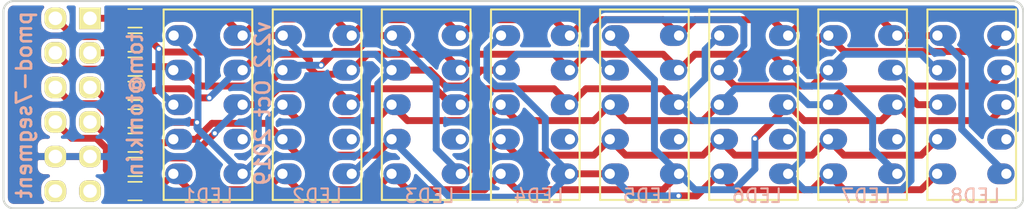
<source format=kicad_pcb>
(kicad_pcb (version 20171130) (host pcbnew 5.1.4-e60b266~84~ubuntu19.04.1)

  (general
    (thickness 1.6)
    (drawings 11)
    (tracks 286)
    (zones 0)
    (modules 17)
    (nets 28)
  )

  (page A4)
  (layers
    (0 F.Cu signal)
    (31 B.Cu signal)
    (32 B.Adhes user)
    (33 F.Adhes user)
    (34 B.Paste user)
    (35 F.Paste user)
    (36 B.SilkS user)
    (37 F.SilkS user)
    (38 B.Mask user)
    (39 F.Mask user)
    (40 Dwgs.User user)
    (41 Cmts.User user)
    (42 Eco1.User user)
    (43 Eco2.User user)
    (44 Edge.Cuts user)
    (45 Margin user)
    (46 B.CrtYd user)
    (47 F.CrtYd user)
    (48 B.Fab user)
    (49 F.Fab user)
  )

  (setup
    (last_trace_width 0.254)
    (user_trace_width 0.508)
    (trace_clearance 0.1524)
    (zone_clearance 0.254)
    (zone_45_only no)
    (trace_min 0.1524)
    (via_size 0.4572)
    (via_drill 0.3048)
    (via_min_size 0.4572)
    (via_min_drill 0.3048)
    (uvia_size 0.508)
    (uvia_drill 0.127)
    (uvias_allowed no)
    (uvia_min_size 0.508)
    (uvia_min_drill 0.127)
    (edge_width 0.15)
    (segment_width 0.2)
    (pcb_text_width 0.3)
    (pcb_text_size 1.5 1.5)
    (mod_edge_width 0.15)
    (mod_text_size 1.5 1.5)
    (mod_text_width 0.15)
    (pad_size 3.2 3.2)
    (pad_drill 3.2)
    (pad_to_mask_clearance 0.0508)
    (aux_axis_origin 0 0)
    (grid_origin 101.6 76.2)
    (visible_elements FFFFFF7F)
    (pcbplotparams
      (layerselection 0x010f0_80000001)
      (usegerberextensions false)
      (usegerberattributes false)
      (usegerberadvancedattributes false)
      (creategerberjobfile false)
      (excludeedgelayer true)
      (linewidth 0.100000)
      (plotframeref false)
      (viasonmask false)
      (mode 1)
      (useauxorigin false)
      (hpglpennumber 1)
      (hpglpenspeed 20)
      (hpglpendiameter 15.000000)
      (psnegative false)
      (psa4output false)
      (plotreference true)
      (plotvalue true)
      (plotinvisibletext false)
      (padsonsilk false)
      (subtractmaskfromsilk false)
      (outputformat 1)
      (mirror false)
      (drillshape 0)
      (scaleselection 1)
      (outputdirectory "Gerber/"))
  )

  (net 0 "")
  (net 1 "Net-(J1-Pad2)")
  (net 2 "Net-(J1-Pad3)")
  (net 3 "Net-(J1-Pad4)")
  (net 4 "Net-(J1-Pad7)")
  (net 5 "Net-(J1-Pad8)")
  (net 6 "Net-(J1-Pad9)")
  (net 7 "Net-(J1-Pad10)")
  (net 8 "Net-(J1-Pad1)")
  (net 9 GND)
  (net 10 "Net-(J1-Pad6)")
  (net 11 "Net-(J1-Pad12)")
  (net 12 /IO3)
  (net 13 "Net-(LED1-Pad7)")
  (net 14 /IO4)
  (net 15 /IO6)
  (net 16 /IO1)
  (net 17 /IO8)
  (net 18 /IO7)
  (net 19 /IO5)
  (net 20 /IO2)
  (net 21 "Net-(LED2-Pad7)")
  (net 22 "Net-(LED3-Pad7)")
  (net 23 "Net-(LED4-Pad7)")
  (net 24 "Net-(LED5-Pad7)")
  (net 25 "Net-(LED6-Pad7)")
  (net 26 "Net-(LED7-Pad7)")
  (net 27 "Net-(LED8-Pad7)")

  (net_class Default "This is the default net class."
    (clearance 0.1524)
    (trace_width 0.254)
    (via_dia 0.4572)
    (via_drill 0.3048)
    (uvia_dia 0.508)
    (uvia_drill 0.127)
    (add_net /IO1)
    (add_net /IO2)
    (add_net /IO3)
    (add_net /IO4)
    (add_net /IO5)
    (add_net /IO6)
    (add_net /IO7)
    (add_net /IO8)
    (add_net GND)
    (add_net "Net-(J1-Pad1)")
    (add_net "Net-(J1-Pad10)")
    (add_net "Net-(J1-Pad12)")
    (add_net "Net-(J1-Pad2)")
    (add_net "Net-(J1-Pad3)")
    (add_net "Net-(J1-Pad4)")
    (add_net "Net-(J1-Pad6)")
    (add_net "Net-(J1-Pad7)")
    (add_net "Net-(J1-Pad8)")
    (add_net "Net-(J1-Pad9)")
    (add_net "Net-(LED1-Pad7)")
    (add_net "Net-(LED2-Pad7)")
    (add_net "Net-(LED3-Pad7)")
    (add_net "Net-(LED4-Pad7)")
    (add_net "Net-(LED5-Pad7)")
    (add_net "Net-(LED6-Pad7)")
    (add_net "Net-(LED7-Pad7)")
    (add_net "Net-(LED8-Pad7)")
  )

  (module pmod-7-segment-v2:10pcs-1bit-1-bit-Common-Anode-Positive-Digital-Tube-0-36-0-36in-Red-LED-Digit (layer F.Cu) (tedit 5D2B3372) (tstamp 54A81895)
    (at 172.6 76.2)
    (path /54A80EF3)
    (fp_text reference LED8 (at 0.25 6.7) (layer B.SilkS)
      (effects (font (size 1 1) (thickness 0.15)) (justify mirror))
    )
    (fp_text value SA39-11 (at 0 -8) (layer F.Fab) hide
      (effects (font (size 1 1) (thickness 0.15)))
    )
    (fp_line (start -3.25 -7) (end -3.25 7) (layer F.SilkS) (width 0.15))
    (fp_line (start 3.25 -7) (end -3.25 -7) (layer F.SilkS) (width 0.15))
    (fp_line (start 3.25 7) (end 3.25 -7) (layer F.SilkS) (width 0.15))
    (fp_line (start -3.25 7) (end 3.25 7) (layer F.SilkS) (width 0.15))
    (pad 6 thru_hole oval (at 2.54 5.08 90) (size 1.524 2) (drill 0.75 (offset 0 -0.4)) (layers *.Cu *.Mask)
      (net 16 /IO1))
    (pad 7 thru_hole oval (at 2.54 2.54 90) (size 1.524 2) (drill 0.75 (offset 0 -0.4)) (layers *.Cu *.Mask)
      (net 27 "Net-(LED8-Pad7)"))
    (pad 8 thru_hole oval (at 2.54 0 90) (size 1.524 2) (drill 0.75 (offset 0 -0.4)) (layers *.Cu *.Mask)
      (net 17 /IO8))
    (pad 9 thru_hole oval (at 2.54 -2.54 90) (size 1.524 2) (drill 0.75 (offset 0 -0.4)) (layers *.Cu *.Mask)
      (net 14 /IO4))
    (pad 10 thru_hole oval (at 2.54 -5.08 90) (size 1.524 2) (drill 0.75 (offset 0 -0.4)) (layers *.Cu *.Mask)
      (net 15 /IO6))
    (pad 5 thru_hole oval (at -2.54 5.08 90) (size 1.524 2) (drill 0.75 (offset 0 0.4)) (layers *.Cu *.Mask)
      (net 18 /IO7))
    (pad 4 thru_hole oval (at -2.54 2.54 90) (size 1.524 2) (drill 0.75 (offset 0 0.4)) (layers *.Cu *.Mask)
      (net 20 /IO2))
    (pad 3 thru_hole oval (at -2.54 0 90) (size 1.524 2) (drill 0.75 (offset 0 0.4)) (layers *.Cu *.Mask)
      (net 12 /IO3))
    (pad 2 thru_hole oval (at -2.54 -2.54 90) (size 1.524 2) (drill 0.75 (offset 0 0.4)) (layers *.Cu *.Mask)
      (net 19 /IO5))
    (pad 1 thru_hole oval (at -2.515 -5.08 90) (size 1.524 2) (drill 0.75 (offset 0 0.4)) (layers *.Cu *.Mask)
      (net 16 /IO1))
  )

  (module pmod-7-segment-v2:10pcs-1bit-1-bit-Common-Anode-Positive-Digital-Tube-0-36-0-36in-Red-LED-Digit (layer F.Cu) (tedit 5D2B3372) (tstamp 54A81887)
    (at 164.6 76.2)
    (path /54A80EC5)
    (fp_text reference LED7 (at 0.25 6.7) (layer B.SilkS)
      (effects (font (size 1 1) (thickness 0.15)) (justify mirror))
    )
    (fp_text value SA39-11 (at 0 -8) (layer F.Fab) hide
      (effects (font (size 1 1) (thickness 0.15)))
    )
    (fp_line (start -3.25 -7) (end -3.25 7) (layer F.SilkS) (width 0.15))
    (fp_line (start 3.25 -7) (end -3.25 -7) (layer F.SilkS) (width 0.15))
    (fp_line (start 3.25 7) (end 3.25 -7) (layer F.SilkS) (width 0.15))
    (fp_line (start -3.25 7) (end 3.25 7) (layer F.SilkS) (width 0.15))
    (pad 6 thru_hole oval (at 2.54 5.08 90) (size 1.524 2) (drill 0.75 (offset 0 -0.4)) (layers *.Cu *.Mask)
      (net 15 /IO6))
    (pad 7 thru_hole oval (at 2.54 2.54 90) (size 1.524 2) (drill 0.75 (offset 0 -0.4)) (layers *.Cu *.Mask)
      (net 26 "Net-(LED7-Pad7)"))
    (pad 8 thru_hole oval (at 2.54 0 90) (size 1.524 2) (drill 0.75 (offset 0 -0.4)) (layers *.Cu *.Mask)
      (net 17 /IO8))
    (pad 9 thru_hole oval (at 2.54 -2.54 90) (size 1.524 2) (drill 0.75 (offset 0 -0.4)) (layers *.Cu *.Mask)
      (net 14 /IO4))
    (pad 10 thru_hole oval (at 2.54 -5.08 90) (size 1.524 2) (drill 0.75 (offset 0 -0.4)) (layers *.Cu *.Mask)
      (net 16 /IO1))
    (pad 5 thru_hole oval (at -2.54 5.08 90) (size 1.524 2) (drill 0.75 (offset 0 0.4)) (layers *.Cu *.Mask)
      (net 18 /IO7))
    (pad 4 thru_hole oval (at -2.54 2.54 90) (size 1.524 2) (drill 0.75 (offset 0 0.4)) (layers *.Cu *.Mask)
      (net 20 /IO2))
    (pad 3 thru_hole oval (at -2.54 0 90) (size 1.524 2) (drill 0.75 (offset 0 0.4)) (layers *.Cu *.Mask)
      (net 12 /IO3))
    (pad 2 thru_hole oval (at -2.54 -2.54 90) (size 1.524 2) (drill 0.75 (offset 0 0.4)) (layers *.Cu *.Mask)
      (net 19 /IO5))
    (pad 1 thru_hole oval (at -2.515 -5.08 90) (size 1.524 2) (drill 0.75 (offset 0 0.4)) (layers *.Cu *.Mask)
      (net 15 /IO6))
  )

  (module pmod-7-segment-v2:10pcs-1bit-1-bit-Common-Anode-Positive-Digital-Tube-0-36-0-36in-Red-LED-Digit (layer F.Cu) (tedit 5D2B3372) (tstamp 54A82D34)
    (at 156.6 76.2)
    (path /54A80E9E)
    (fp_text reference LED6 (at 0.25 6.7) (layer B.SilkS)
      (effects (font (size 1 1) (thickness 0.15)) (justify mirror))
    )
    (fp_text value SA39-11 (at 0 -8) (layer F.Fab) hide
      (effects (font (size 1 1) (thickness 0.15)))
    )
    (fp_line (start -3.25 -7) (end -3.25 7) (layer F.SilkS) (width 0.15))
    (fp_line (start 3.25 -7) (end -3.25 -7) (layer F.SilkS) (width 0.15))
    (fp_line (start 3.25 7) (end 3.25 -7) (layer F.SilkS) (width 0.15))
    (fp_line (start -3.25 7) (end 3.25 7) (layer F.SilkS) (width 0.15))
    (pad 6 thru_hole oval (at 2.54 5.08 90) (size 1.524 2) (drill 0.75 (offset 0 -0.4)) (layers *.Cu *.Mask)
      (net 14 /IO4))
    (pad 7 thru_hole oval (at 2.54 2.54 90) (size 1.524 2) (drill 0.75 (offset 0 -0.4)) (layers *.Cu *.Mask)
      (net 25 "Net-(LED6-Pad7)"))
    (pad 8 thru_hole oval (at 2.54 0 90) (size 1.524 2) (drill 0.75 (offset 0 -0.4)) (layers *.Cu *.Mask)
      (net 17 /IO8))
    (pad 9 thru_hole oval (at 2.54 -2.54 90) (size 1.524 2) (drill 0.75 (offset 0 -0.4)) (layers *.Cu *.Mask)
      (net 15 /IO6))
    (pad 10 thru_hole oval (at 2.54 -5.08 90) (size 1.524 2) (drill 0.75 (offset 0 -0.4)) (layers *.Cu *.Mask)
      (net 16 /IO1))
    (pad 5 thru_hole oval (at -2.54 5.08 90) (size 1.524 2) (drill 0.75 (offset 0 0.4)) (layers *.Cu *.Mask)
      (net 18 /IO7))
    (pad 4 thru_hole oval (at -2.54 2.54 90) (size 1.524 2) (drill 0.75 (offset 0 0.4)) (layers *.Cu *.Mask)
      (net 20 /IO2))
    (pad 3 thru_hole oval (at -2.54 0 90) (size 1.524 2) (drill 0.75 (offset 0 0.4)) (layers *.Cu *.Mask)
      (net 12 /IO3))
    (pad 2 thru_hole oval (at -2.54 -2.54 90) (size 1.524 2) (drill 0.75 (offset 0 0.4)) (layers *.Cu *.Mask)
      (net 19 /IO5))
    (pad 1 thru_hole oval (at -2.515 -5.08 90) (size 1.524 2) (drill 0.75 (offset 0 0.4)) (layers *.Cu *.Mask)
      (net 14 /IO4))
  )

  (module pmod-7-segment-v2:10pcs-1bit-1-bit-Common-Anode-Positive-Digital-Tube-0-36-0-36in-Red-LED-Digit (layer F.Cu) (tedit 5D2B3372) (tstamp 54A8186B)
    (at 148.6 76.2)
    (path /54A80E7B)
    (fp_text reference LED5 (at 0.25 6.7) (layer B.SilkS)
      (effects (font (size 1 1) (thickness 0.15)) (justify mirror))
    )
    (fp_text value SA39-11 (at 0 -8) (layer F.Fab) hide
      (effects (font (size 1 1) (thickness 0.15)))
    )
    (fp_line (start -3.25 -7) (end -3.25 7) (layer F.SilkS) (width 0.15))
    (fp_line (start 3.25 -7) (end -3.25 -7) (layer F.SilkS) (width 0.15))
    (fp_line (start 3.25 7) (end 3.25 -7) (layer F.SilkS) (width 0.15))
    (fp_line (start -3.25 7) (end 3.25 7) (layer F.SilkS) (width 0.15))
    (pad 6 thru_hole oval (at 2.54 5.08 90) (size 1.524 2) (drill 0.75 (offset 0 -0.4)) (layers *.Cu *.Mask)
      (net 17 /IO8))
    (pad 7 thru_hole oval (at 2.54 2.54 90) (size 1.524 2) (drill 0.75 (offset 0 -0.4)) (layers *.Cu *.Mask)
      (net 24 "Net-(LED5-Pad7)"))
    (pad 8 thru_hole oval (at 2.54 0 90) (size 1.524 2) (drill 0.75 (offset 0 -0.4)) (layers *.Cu *.Mask)
      (net 14 /IO4))
    (pad 9 thru_hole oval (at 2.54 -2.54 90) (size 1.524 2) (drill 0.75 (offset 0 -0.4)) (layers *.Cu *.Mask)
      (net 15 /IO6))
    (pad 10 thru_hole oval (at 2.54 -5.08 90) (size 1.524 2) (drill 0.75 (offset 0 -0.4)) (layers *.Cu *.Mask)
      (net 16 /IO1))
    (pad 5 thru_hole oval (at -2.54 5.08 90) (size 1.524 2) (drill 0.75 (offset 0 0.4)) (layers *.Cu *.Mask)
      (net 18 /IO7))
    (pad 4 thru_hole oval (at -2.54 2.54 90) (size 1.524 2) (drill 0.75 (offset 0 0.4)) (layers *.Cu *.Mask)
      (net 20 /IO2))
    (pad 3 thru_hole oval (at -2.54 0 90) (size 1.524 2) (drill 0.75 (offset 0 0.4)) (layers *.Cu *.Mask)
      (net 12 /IO3))
    (pad 2 thru_hole oval (at -2.54 -2.54 90) (size 1.524 2) (drill 0.75 (offset 0 0.4)) (layers *.Cu *.Mask)
      (net 19 /IO5))
    (pad 1 thru_hole oval (at -2.515 -5.08 90) (size 1.524 2) (drill 0.75 (offset 0 0.4)) (layers *.Cu *.Mask)
      (net 17 /IO8))
  )

  (module pmod-7-segment-v2:10pcs-1bit-1-bit-Common-Anode-Positive-Digital-Tube-0-36-0-36in-Red-LED-Digit (layer F.Cu) (tedit 5D2B3372) (tstamp 54A8185D)
    (at 140.6 76.2)
    (path /54A80E55)
    (fp_text reference LED4 (at 0.25 6.7) (layer B.SilkS)
      (effects (font (size 1 1) (thickness 0.15)) (justify mirror))
    )
    (fp_text value SA39-11 (at 0 -8) (layer F.Fab) hide
      (effects (font (size 1 1) (thickness 0.15)))
    )
    (fp_line (start -3.25 -7) (end -3.25 7) (layer F.SilkS) (width 0.15))
    (fp_line (start 3.25 -7) (end -3.25 -7) (layer F.SilkS) (width 0.15))
    (fp_line (start 3.25 7) (end 3.25 -7) (layer F.SilkS) (width 0.15))
    (fp_line (start -3.25 7) (end 3.25 7) (layer F.SilkS) (width 0.15))
    (pad 6 thru_hole oval (at 2.54 5.08 90) (size 1.524 2) (drill 0.75 (offset 0 -0.4)) (layers *.Cu *.Mask)
      (net 18 /IO7))
    (pad 7 thru_hole oval (at 2.54 2.54 90) (size 1.524 2) (drill 0.75 (offset 0 -0.4)) (layers *.Cu *.Mask)
      (net 23 "Net-(LED4-Pad7)"))
    (pad 8 thru_hole oval (at 2.54 0 90) (size 1.524 2) (drill 0.75 (offset 0 -0.4)) (layers *.Cu *.Mask)
      (net 14 /IO4))
    (pad 9 thru_hole oval (at 2.54 -2.54 90) (size 1.524 2) (drill 0.75 (offset 0 -0.4)) (layers *.Cu *.Mask)
      (net 15 /IO6))
    (pad 10 thru_hole oval (at 2.54 -5.08 90) (size 1.524 2) (drill 0.75 (offset 0 -0.4)) (layers *.Cu *.Mask)
      (net 16 /IO1))
    (pad 5 thru_hole oval (at -2.54 5.08 90) (size 1.524 2) (drill 0.75 (offset 0 0.4)) (layers *.Cu *.Mask)
      (net 17 /IO8))
    (pad 4 thru_hole oval (at -2.54 2.54 90) (size 1.524 2) (drill 0.75 (offset 0 0.4)) (layers *.Cu *.Mask)
      (net 20 /IO2))
    (pad 3 thru_hole oval (at -2.54 0 90) (size 1.524 2) (drill 0.75 (offset 0 0.4)) (layers *.Cu *.Mask)
      (net 12 /IO3))
    (pad 2 thru_hole oval (at -2.54 -2.54 90) (size 1.524 2) (drill 0.75 (offset 0 0.4)) (layers *.Cu *.Mask)
      (net 19 /IO5))
    (pad 1 thru_hole oval (at -2.515 -5.08 90) (size 1.524 2) (drill 0.75 (offset 0 0.4)) (layers *.Cu *.Mask)
      (net 18 /IO7))
  )

  (module pmod-7-segment-v2:10pcs-1bit-1-bit-Common-Anode-Positive-Digital-Tube-0-36-0-36in-Red-LED-Digit locked (layer F.Cu) (tedit 5D2B3372) (tstamp 54A8184F)
    (at 132.6 76.2)
    (path /54A80E2A)
    (fp_text reference LED3 (at 0.25 6.7) (layer B.SilkS)
      (effects (font (size 1 1) (thickness 0.15)) (justify mirror))
    )
    (fp_text value SA39-11 (at 0 -8) (layer F.Fab) hide
      (effects (font (size 1 1) (thickness 0.15)))
    )
    (fp_line (start -3.25 -7) (end -3.25 7) (layer F.SilkS) (width 0.15))
    (fp_line (start 3.25 -7) (end -3.25 -7) (layer F.SilkS) (width 0.15))
    (fp_line (start 3.25 7) (end 3.25 -7) (layer F.SilkS) (width 0.15))
    (fp_line (start -3.25 7) (end 3.25 7) (layer F.SilkS) (width 0.15))
    (pad 6 thru_hole oval (at 2.54 5.08 90) (size 1.524 2) (drill 0.75 (offset 0 -0.4)) (layers *.Cu *.Mask)
      (net 20 /IO2))
    (pad 7 thru_hole oval (at 2.54 2.54 90) (size 1.524 2) (drill 0.75 (offset 0 -0.4)) (layers *.Cu *.Mask)
      (net 22 "Net-(LED3-Pad7)"))
    (pad 8 thru_hole oval (at 2.54 0 90) (size 1.524 2) (drill 0.75 (offset 0 -0.4)) (layers *.Cu *.Mask)
      (net 14 /IO4))
    (pad 9 thru_hole oval (at 2.54 -2.54 90) (size 1.524 2) (drill 0.75 (offset 0 -0.4)) (layers *.Cu *.Mask)
      (net 15 /IO6))
    (pad 10 thru_hole oval (at 2.54 -5.08 90) (size 1.524 2) (drill 0.75 (offset 0 -0.4)) (layers *.Cu *.Mask)
      (net 16 /IO1))
    (pad 5 thru_hole oval (at -2.54 5.08 90) (size 1.524 2) (drill 0.75 (offset 0 0.4)) (layers *.Cu *.Mask)
      (net 17 /IO8))
    (pad 4 thru_hole oval (at -2.54 2.54 90) (size 1.524 2) (drill 0.75 (offset 0 0.4)) (layers *.Cu *.Mask)
      (net 18 /IO7))
    (pad 3 thru_hole oval (at -2.54 0 90) (size 1.524 2) (drill 0.75 (offset 0 0.4)) (layers *.Cu *.Mask)
      (net 12 /IO3))
    (pad 2 thru_hole oval (at -2.54 -2.54 90) (size 1.524 2) (drill 0.75 (offset 0 0.4)) (layers *.Cu *.Mask)
      (net 19 /IO5))
    (pad 1 thru_hole oval (at -2.515 -5.08 90) (size 1.524 2) (drill 0.75 (offset 0 0.4)) (layers *.Cu *.Mask)
      (net 20 /IO2))
  )

  (module pmod-7-segment-v2:10pcs-1bit-1-bit-Common-Anode-Positive-Digital-Tube-0-36-0-36in-Red-LED-Digit (layer F.Cu) (tedit 5D2B3372) (tstamp 54A81841)
    (at 124.6 76.2)
    (path /54A80DFF)
    (fp_text reference LED2 (at 0 6.7) (layer B.SilkS)
      (effects (font (size 1 1) (thickness 0.15)) (justify mirror))
    )
    (fp_text value SA39-11 (at 0 -8) (layer F.Fab) hide
      (effects (font (size 1 1) (thickness 0.15)))
    )
    (fp_line (start -3.25 -7) (end -3.25 7) (layer F.SilkS) (width 0.15))
    (fp_line (start 3.25 -7) (end -3.25 -7) (layer F.SilkS) (width 0.15))
    (fp_line (start 3.25 7) (end 3.25 -7) (layer F.SilkS) (width 0.15))
    (fp_line (start -3.25 7) (end 3.25 7) (layer F.SilkS) (width 0.15))
    (pad 6 thru_hole oval (at 2.54 5.08 90) (size 1.524 2) (drill 0.75 (offset 0 -0.4)) (layers *.Cu *.Mask)
      (net 19 /IO5))
    (pad 7 thru_hole oval (at 2.54 2.54 90) (size 1.524 2) (drill 0.75 (offset 0 -0.4)) (layers *.Cu *.Mask)
      (net 21 "Net-(LED2-Pad7)"))
    (pad 8 thru_hole oval (at 2.54 0 90) (size 1.524 2) (drill 0.75 (offset 0 -0.4)) (layers *.Cu *.Mask)
      (net 14 /IO4))
    (pad 9 thru_hole oval (at 2.54 -2.54 90) (size 1.524 2) (drill 0.75 (offset 0 -0.4)) (layers *.Cu *.Mask)
      (net 15 /IO6))
    (pad 10 thru_hole oval (at 2.54 -5.08 90) (size 1.524 2) (drill 0.75 (offset 0 -0.4)) (layers *.Cu *.Mask)
      (net 16 /IO1))
    (pad 5 thru_hole oval (at -2.54 5.08 90) (size 1.524 2) (drill 0.75 (offset 0 0.4)) (layers *.Cu *.Mask)
      (net 17 /IO8))
    (pad 4 thru_hole oval (at -2.54 2.54 90) (size 1.524 2) (drill 0.75 (offset 0 0.4)) (layers *.Cu *.Mask)
      (net 18 /IO7))
    (pad 3 thru_hole oval (at -2.54 0 90) (size 1.524 2) (drill 0.75 (offset 0 0.4)) (layers *.Cu *.Mask)
      (net 12 /IO3))
    (pad 2 thru_hole oval (at -2.54 -2.54 90) (size 1.524 2) (drill 0.75 (offset 0 0.4)) (layers *.Cu *.Mask)
      (net 20 /IO2))
    (pad 1 thru_hole oval (at -2.515 -5.08 90) (size 1.524 2) (drill 0.75 (offset 0 0.4)) (layers *.Cu *.Mask)
      (net 19 /IO5))
  )

  (module pmod-7-segment-v2:10pcs-1bit-1-bit-Common-Anode-Positive-Digital-Tube-0-36-0-36in-Red-LED-Digit (layer F.Cu) (tedit 5D2B3372) (tstamp 5D5D447A)
    (at 116.6 76.2)
    (path /54A80DD5)
    (fp_text reference LED1 (at 0 6.7) (layer B.SilkS)
      (effects (font (size 1 1) (thickness 0.15)) (justify mirror))
    )
    (fp_text value SA39-11 (at 0 -8) (layer F.Fab) hide
      (effects (font (size 1 1) (thickness 0.15)))
    )
    (fp_line (start -3.25 -7) (end -3.25 7) (layer F.SilkS) (width 0.15))
    (fp_line (start 3.25 -7) (end -3.25 -7) (layer F.SilkS) (width 0.15))
    (fp_line (start 3.25 7) (end 3.25 -7) (layer F.SilkS) (width 0.15))
    (fp_line (start -3.25 7) (end 3.25 7) (layer F.SilkS) (width 0.15))
    (pad 6 thru_hole oval (at 2.54 5.08 90) (size 1.524 2) (drill 0.75 (offset 0 -0.4)) (layers *.Cu *.Mask)
      (net 12 /IO3))
    (pad 7 thru_hole oval (at 2.54 2.54 90) (size 1.524 2) (drill 0.75 (offset 0 -0.4)) (layers *.Cu *.Mask)
      (net 13 "Net-(LED1-Pad7)"))
    (pad 8 thru_hole oval (at 2.54 0 90) (size 1.524 2) (drill 0.75 (offset 0 -0.4)) (layers *.Cu *.Mask)
      (net 14 /IO4))
    (pad 9 thru_hole oval (at 2.54 -2.54 90) (size 1.524 2) (drill 0.75 (offset 0 -0.4)) (layers *.Cu *.Mask)
      (net 15 /IO6))
    (pad 10 thru_hole oval (at 2.54 -5.08 90) (size 1.524 2) (drill 0.75 (offset 0 -0.4)) (layers *.Cu *.Mask)
      (net 16 /IO1))
    (pad 5 thru_hole oval (at -2.54 5.08 90) (size 1.524 2) (drill 0.75 (offset 0 0.4)) (layers *.Cu *.Mask)
      (net 17 /IO8))
    (pad 4 thru_hole oval (at -2.54 2.54 90) (size 1.524 2) (drill 0.75 (offset 0 0.4)) (layers *.Cu *.Mask)
      (net 18 /IO7))
    (pad 3 thru_hole oval (at -2.54 0 90) (size 1.524 2) (drill 0.75 (offset 0 0.4)) (layers *.Cu *.Mask)
      (net 19 /IO5))
    (pad 2 thru_hole oval (at -2.54 -2.54 90) (size 1.524 2) (drill 0.75 (offset 0 0.4)) (layers *.Cu *.Mask)
      (net 20 /IO2))
    (pad 1 thru_hole oval (at -2.515 -5.08 90) (size 1.524 2) (drill 0.75 (offset 0 0.4)) (layers *.Cu *.Mask)
      (net 12 /IO3))
  )

  (module Resistors_SMD:R_0603 (layer F.Cu) (tedit 58E0A804) (tstamp 54A81BB3)
    (at 111.252 69.85)
    (descr "Resistor SMD 0603, reflow soldering, Vishay (see dcrcw.pdf)")
    (tags "resistor 0603")
    (path /54A81B67)
    (attr smd)
    (fp_text reference R1 (at 0 -1.9) (layer F.SilkS) hide
      (effects (font (size 1 1) (thickness 0.15)))
    )
    (fp_text value R (at 0 1.9) (layer F.SilkS) hide
      (effects (font (size 1 1) (thickness 0.15)))
    )
    (fp_text user %R (at 0 0) (layer F.Fab)
      (effects (font (size 0.4 0.4) (thickness 0.075)))
    )
    (fp_line (start -0.8 0.4) (end -0.8 -0.4) (layer F.Fab) (width 0.1))
    (fp_line (start 0.8 0.4) (end -0.8 0.4) (layer F.Fab) (width 0.1))
    (fp_line (start 0.8 -0.4) (end 0.8 0.4) (layer F.Fab) (width 0.1))
    (fp_line (start -0.8 -0.4) (end 0.8 -0.4) (layer F.Fab) (width 0.1))
    (fp_line (start 0.5 0.68) (end -0.5 0.68) (layer F.SilkS) (width 0.12))
    (fp_line (start -0.5 -0.68) (end 0.5 -0.68) (layer F.SilkS) (width 0.12))
    (fp_line (start -1.25 -0.7) (end 1.25 -0.7) (layer F.CrtYd) (width 0.05))
    (fp_line (start -1.25 -0.7) (end -1.25 0.7) (layer F.CrtYd) (width 0.05))
    (fp_line (start 1.25 0.7) (end 1.25 -0.7) (layer F.CrtYd) (width 0.05))
    (fp_line (start 1.25 0.7) (end -1.25 0.7) (layer F.CrtYd) (width 0.05))
    (pad 1 smd rect (at -0.75 0) (size 0.5 0.9) (layers F.Cu F.Paste F.Mask)
      (net 8 "Net-(J1-Pad1)"))
    (pad 2 smd rect (at 0.75 0) (size 0.5 0.9) (layers F.Cu F.Paste F.Mask)
      (net 16 /IO1))
    (model ${KISYS3DMOD}/Resistors_SMD.3dshapes/R_0603.wrl
      (at (xyz 0 0 0))
      (scale (xyz 1 1 1))
      (rotate (xyz 0 0 0))
    )
  )

  (module Resistors_SMD:R_0603 (layer F.Cu) (tedit 58E0A804) (tstamp 54A81BB9)
    (at 111.252 73.406)
    (descr "Resistor SMD 0603, reflow soldering, Vishay (see dcrcw.pdf)")
    (tags "resistor 0603")
    (path /54A81BA6)
    (attr smd)
    (fp_text reference R2 (at 0 -1.9) (layer F.SilkS) hide
      (effects (font (size 1 1) (thickness 0.15)))
    )
    (fp_text value R (at 0 1.9) (layer F.SilkS) hide
      (effects (font (size 1 1) (thickness 0.15)))
    )
    (fp_text user %R (at 0 0) (layer F.Fab)
      (effects (font (size 0.4 0.4) (thickness 0.075)))
    )
    (fp_line (start -0.8 0.4) (end -0.8 -0.4) (layer F.Fab) (width 0.1))
    (fp_line (start 0.8 0.4) (end -0.8 0.4) (layer F.Fab) (width 0.1))
    (fp_line (start 0.8 -0.4) (end 0.8 0.4) (layer F.Fab) (width 0.1))
    (fp_line (start -0.8 -0.4) (end 0.8 -0.4) (layer F.Fab) (width 0.1))
    (fp_line (start 0.5 0.68) (end -0.5 0.68) (layer F.SilkS) (width 0.12))
    (fp_line (start -0.5 -0.68) (end 0.5 -0.68) (layer F.SilkS) (width 0.12))
    (fp_line (start -1.25 -0.7) (end 1.25 -0.7) (layer F.CrtYd) (width 0.05))
    (fp_line (start -1.25 -0.7) (end -1.25 0.7) (layer F.CrtYd) (width 0.05))
    (fp_line (start 1.25 0.7) (end 1.25 -0.7) (layer F.CrtYd) (width 0.05))
    (fp_line (start 1.25 0.7) (end -1.25 0.7) (layer F.CrtYd) (width 0.05))
    (pad 1 smd rect (at -0.75 0) (size 0.5 0.9) (layers F.Cu F.Paste F.Mask)
      (net 1 "Net-(J1-Pad2)"))
    (pad 2 smd rect (at 0.75 0) (size 0.5 0.9) (layers F.Cu F.Paste F.Mask)
      (net 20 /IO2))
    (model ${KISYS3DMOD}/Resistors_SMD.3dshapes/R_0603.wrl
      (at (xyz 0 0 0))
      (scale (xyz 1 1 1))
      (rotate (xyz 0 0 0))
    )
  )

  (module Resistors_SMD:R_0603 (layer F.Cu) (tedit 58E0A804) (tstamp 54A81BBF)
    (at 111.252 77.216)
    (descr "Resistor SMD 0603, reflow soldering, Vishay (see dcrcw.pdf)")
    (tags "resistor 0603")
    (path /54A81BEE)
    (attr smd)
    (fp_text reference R3 (at 0 -1.9) (layer F.SilkS) hide
      (effects (font (size 1 1) (thickness 0.15)))
    )
    (fp_text value R (at 0 1.9) (layer F.SilkS) hide
      (effects (font (size 1 1) (thickness 0.15)))
    )
    (fp_text user %R (at 0 0) (layer F.Fab)
      (effects (font (size 0.4 0.4) (thickness 0.075)))
    )
    (fp_line (start -0.8 0.4) (end -0.8 -0.4) (layer F.Fab) (width 0.1))
    (fp_line (start 0.8 0.4) (end -0.8 0.4) (layer F.Fab) (width 0.1))
    (fp_line (start 0.8 -0.4) (end 0.8 0.4) (layer F.Fab) (width 0.1))
    (fp_line (start -0.8 -0.4) (end 0.8 -0.4) (layer F.Fab) (width 0.1))
    (fp_line (start 0.5 0.68) (end -0.5 0.68) (layer F.SilkS) (width 0.12))
    (fp_line (start -0.5 -0.68) (end 0.5 -0.68) (layer F.SilkS) (width 0.12))
    (fp_line (start -1.25 -0.7) (end 1.25 -0.7) (layer F.CrtYd) (width 0.05))
    (fp_line (start -1.25 -0.7) (end -1.25 0.7) (layer F.CrtYd) (width 0.05))
    (fp_line (start 1.25 0.7) (end 1.25 -0.7) (layer F.CrtYd) (width 0.05))
    (fp_line (start 1.25 0.7) (end -1.25 0.7) (layer F.CrtYd) (width 0.05))
    (pad 1 smd rect (at -0.75 0) (size 0.5 0.9) (layers F.Cu F.Paste F.Mask)
      (net 2 "Net-(J1-Pad3)"))
    (pad 2 smd rect (at 0.75 0) (size 0.5 0.9) (layers F.Cu F.Paste F.Mask)
      (net 12 /IO3))
    (model ${KISYS3DMOD}/Resistors_SMD.3dshapes/R_0603.wrl
      (at (xyz 0 0 0))
      (scale (xyz 1 1 1))
      (rotate (xyz 0 0 0))
    )
  )

  (module Resistors_SMD:R_0603 (layer F.Cu) (tedit 58E0A804) (tstamp 54A81BC5)
    (at 111.252 80.772)
    (descr "Resistor SMD 0603, reflow soldering, Vishay (see dcrcw.pdf)")
    (tags "resistor 0603")
    (path /54A81C31)
    (attr smd)
    (fp_text reference R4 (at 0 -1.9) (layer F.SilkS) hide
      (effects (font (size 1 1) (thickness 0.15)))
    )
    (fp_text value R (at 0 1.9) (layer F.SilkS) hide
      (effects (font (size 1 1) (thickness 0.15)))
    )
    (fp_text user %R (at 0 0) (layer F.Fab)
      (effects (font (size 0.4 0.4) (thickness 0.075)))
    )
    (fp_line (start -0.8 0.4) (end -0.8 -0.4) (layer F.Fab) (width 0.1))
    (fp_line (start 0.8 0.4) (end -0.8 0.4) (layer F.Fab) (width 0.1))
    (fp_line (start 0.8 -0.4) (end 0.8 0.4) (layer F.Fab) (width 0.1))
    (fp_line (start -0.8 -0.4) (end 0.8 -0.4) (layer F.Fab) (width 0.1))
    (fp_line (start 0.5 0.68) (end -0.5 0.68) (layer F.SilkS) (width 0.12))
    (fp_line (start -0.5 -0.68) (end 0.5 -0.68) (layer F.SilkS) (width 0.12))
    (fp_line (start -1.25 -0.7) (end 1.25 -0.7) (layer F.CrtYd) (width 0.05))
    (fp_line (start -1.25 -0.7) (end -1.25 0.7) (layer F.CrtYd) (width 0.05))
    (fp_line (start 1.25 0.7) (end 1.25 -0.7) (layer F.CrtYd) (width 0.05))
    (fp_line (start 1.25 0.7) (end -1.25 0.7) (layer F.CrtYd) (width 0.05))
    (pad 1 smd rect (at -0.75 0) (size 0.5 0.9) (layers F.Cu F.Paste F.Mask)
      (net 3 "Net-(J1-Pad4)"))
    (pad 2 smd rect (at 0.75 0) (size 0.5 0.9) (layers F.Cu F.Paste F.Mask)
      (net 14 /IO4))
    (model ${KISYS3DMOD}/Resistors_SMD.3dshapes/R_0603.wrl
      (at (xyz 0 0 0))
      (scale (xyz 1 1 1))
      (rotate (xyz 0 0 0))
    )
  )

  (module Resistors_SMD:R_0603 (layer F.Cu) (tedit 58E0A804) (tstamp 54A81BCB)
    (at 111.252 71.628 180)
    (descr "Resistor SMD 0603, reflow soldering, Vishay (see dcrcw.pdf)")
    (tags "resistor 0603")
    (path /54A81C73)
    (attr smd)
    (fp_text reference R5 (at 0 -1.9 180) (layer F.SilkS) hide
      (effects (font (size 1 1) (thickness 0.15)))
    )
    (fp_text value R (at 0 1.9 180) (layer F.SilkS) hide
      (effects (font (size 1 1) (thickness 0.15)))
    )
    (fp_text user %R (at 0 0) (layer F.Fab)
      (effects (font (size 0.4 0.4) (thickness 0.075)))
    )
    (fp_line (start -0.8 0.4) (end -0.8 -0.4) (layer F.Fab) (width 0.1))
    (fp_line (start 0.8 0.4) (end -0.8 0.4) (layer F.Fab) (width 0.1))
    (fp_line (start 0.8 -0.4) (end 0.8 0.4) (layer F.Fab) (width 0.1))
    (fp_line (start -0.8 -0.4) (end 0.8 -0.4) (layer F.Fab) (width 0.1))
    (fp_line (start 0.5 0.68) (end -0.5 0.68) (layer F.SilkS) (width 0.12))
    (fp_line (start -0.5 -0.68) (end 0.5 -0.68) (layer F.SilkS) (width 0.12))
    (fp_line (start -1.25 -0.7) (end 1.25 -0.7) (layer F.CrtYd) (width 0.05))
    (fp_line (start -1.25 -0.7) (end -1.25 0.7) (layer F.CrtYd) (width 0.05))
    (fp_line (start 1.25 0.7) (end 1.25 -0.7) (layer F.CrtYd) (width 0.05))
    (fp_line (start 1.25 0.7) (end -1.25 0.7) (layer F.CrtYd) (width 0.05))
    (pad 1 smd rect (at -0.75 0 180) (size 0.5 0.9) (layers F.Cu F.Paste F.Mask)
      (net 19 /IO5))
    (pad 2 smd rect (at 0.75 0 180) (size 0.5 0.9) (layers F.Cu F.Paste F.Mask)
      (net 4 "Net-(J1-Pad7)"))
    (model ${KISYS3DMOD}/Resistors_SMD.3dshapes/R_0603.wrl
      (at (xyz 0 0 0))
      (scale (xyz 1 1 1))
      (rotate (xyz 0 0 0))
    )
  )

  (module Resistors_SMD:R_0603 (layer F.Cu) (tedit 58E0A804) (tstamp 54A81BD1)
    (at 111.252 75.184 180)
    (descr "Resistor SMD 0603, reflow soldering, Vishay (see dcrcw.pdf)")
    (tags "resistor 0603")
    (path /54A81CBF)
    (attr smd)
    (fp_text reference R6 (at 0 -1.9 180) (layer F.SilkS) hide
      (effects (font (size 1 1) (thickness 0.15)))
    )
    (fp_text value R (at 0 1.9 180) (layer F.SilkS) hide
      (effects (font (size 1 1) (thickness 0.15)))
    )
    (fp_text user %R (at 0 0) (layer F.Fab)
      (effects (font (size 0.4 0.4) (thickness 0.075)))
    )
    (fp_line (start -0.8 0.4) (end -0.8 -0.4) (layer F.Fab) (width 0.1))
    (fp_line (start 0.8 0.4) (end -0.8 0.4) (layer F.Fab) (width 0.1))
    (fp_line (start 0.8 -0.4) (end 0.8 0.4) (layer F.Fab) (width 0.1))
    (fp_line (start -0.8 -0.4) (end 0.8 -0.4) (layer F.Fab) (width 0.1))
    (fp_line (start 0.5 0.68) (end -0.5 0.68) (layer F.SilkS) (width 0.12))
    (fp_line (start -0.5 -0.68) (end 0.5 -0.68) (layer F.SilkS) (width 0.12))
    (fp_line (start -1.25 -0.7) (end 1.25 -0.7) (layer F.CrtYd) (width 0.05))
    (fp_line (start -1.25 -0.7) (end -1.25 0.7) (layer F.CrtYd) (width 0.05))
    (fp_line (start 1.25 0.7) (end 1.25 -0.7) (layer F.CrtYd) (width 0.05))
    (fp_line (start 1.25 0.7) (end -1.25 0.7) (layer F.CrtYd) (width 0.05))
    (pad 1 smd rect (at -0.75 0 180) (size 0.5 0.9) (layers F.Cu F.Paste F.Mask)
      (net 15 /IO6))
    (pad 2 smd rect (at 0.75 0 180) (size 0.5 0.9) (layers F.Cu F.Paste F.Mask)
      (net 5 "Net-(J1-Pad8)"))
    (model ${KISYS3DMOD}/Resistors_SMD.3dshapes/R_0603.wrl
      (at (xyz 0 0 0))
      (scale (xyz 1 1 1))
      (rotate (xyz 0 0 0))
    )
  )

  (module Resistors_SMD:R_0603 (layer F.Cu) (tedit 58E0A804) (tstamp 54A81BD7)
    (at 111.252 78.994 180)
    (descr "Resistor SMD 0603, reflow soldering, Vishay (see dcrcw.pdf)")
    (tags "resistor 0603")
    (path /54A81D0A)
    (attr smd)
    (fp_text reference R7 (at 0 -1.9 180) (layer F.SilkS) hide
      (effects (font (size 1 1) (thickness 0.15)))
    )
    (fp_text value R (at 0 1.9 180) (layer F.SilkS) hide
      (effects (font (size 1 1) (thickness 0.15)))
    )
    (fp_text user %R (at 0 0) (layer F.Fab)
      (effects (font (size 0.4 0.4) (thickness 0.075)))
    )
    (fp_line (start -0.8 0.4) (end -0.8 -0.4) (layer F.Fab) (width 0.1))
    (fp_line (start 0.8 0.4) (end -0.8 0.4) (layer F.Fab) (width 0.1))
    (fp_line (start 0.8 -0.4) (end 0.8 0.4) (layer F.Fab) (width 0.1))
    (fp_line (start -0.8 -0.4) (end 0.8 -0.4) (layer F.Fab) (width 0.1))
    (fp_line (start 0.5 0.68) (end -0.5 0.68) (layer F.SilkS) (width 0.12))
    (fp_line (start -0.5 -0.68) (end 0.5 -0.68) (layer F.SilkS) (width 0.12))
    (fp_line (start -1.25 -0.7) (end 1.25 -0.7) (layer F.CrtYd) (width 0.05))
    (fp_line (start -1.25 -0.7) (end -1.25 0.7) (layer F.CrtYd) (width 0.05))
    (fp_line (start 1.25 0.7) (end 1.25 -0.7) (layer F.CrtYd) (width 0.05))
    (fp_line (start 1.25 0.7) (end -1.25 0.7) (layer F.CrtYd) (width 0.05))
    (pad 1 smd rect (at -0.75 0 180) (size 0.5 0.9) (layers F.Cu F.Paste F.Mask)
      (net 18 /IO7))
    (pad 2 smd rect (at 0.75 0 180) (size 0.5 0.9) (layers F.Cu F.Paste F.Mask)
      (net 6 "Net-(J1-Pad9)"))
    (model ${KISYS3DMOD}/Resistors_SMD.3dshapes/R_0603.wrl
      (at (xyz 0 0 0))
      (scale (xyz 1 1 1))
      (rotate (xyz 0 0 0))
    )
  )

  (module Resistors_SMD:R_0603 (layer F.Cu) (tedit 58E0A804) (tstamp 54A81BDD)
    (at 111.252 82.55 180)
    (descr "Resistor SMD 0603, reflow soldering, Vishay (see dcrcw.pdf)")
    (tags "resistor 0603")
    (path /54A81D58)
    (attr smd)
    (fp_text reference R8 (at 0 -1.9 180) (layer F.SilkS) hide
      (effects (font (size 1 1) (thickness 0.15)))
    )
    (fp_text value R (at 0 1.9 180) (layer F.SilkS) hide
      (effects (font (size 1 1) (thickness 0.15)))
    )
    (fp_text user %R (at 0 0) (layer F.Fab)
      (effects (font (size 0.4 0.4) (thickness 0.075)))
    )
    (fp_line (start -0.8 0.4) (end -0.8 -0.4) (layer F.Fab) (width 0.1))
    (fp_line (start 0.8 0.4) (end -0.8 0.4) (layer F.Fab) (width 0.1))
    (fp_line (start 0.8 -0.4) (end 0.8 0.4) (layer F.Fab) (width 0.1))
    (fp_line (start -0.8 -0.4) (end 0.8 -0.4) (layer F.Fab) (width 0.1))
    (fp_line (start 0.5 0.68) (end -0.5 0.68) (layer F.SilkS) (width 0.12))
    (fp_line (start -0.5 -0.68) (end 0.5 -0.68) (layer F.SilkS) (width 0.12))
    (fp_line (start -1.25 -0.7) (end 1.25 -0.7) (layer F.CrtYd) (width 0.05))
    (fp_line (start -1.25 -0.7) (end -1.25 0.7) (layer F.CrtYd) (width 0.05))
    (fp_line (start 1.25 0.7) (end 1.25 -0.7) (layer F.CrtYd) (width 0.05))
    (fp_line (start 1.25 0.7) (end -1.25 0.7) (layer F.CrtYd) (width 0.05))
    (pad 1 smd rect (at -0.75 0 180) (size 0.5 0.9) (layers F.Cu F.Paste F.Mask)
      (net 17 /IO8))
    (pad 2 smd rect (at 0.75 0 180) (size 0.5 0.9) (layers F.Cu F.Paste F.Mask)
      (net 7 "Net-(J1-Pad10)"))
    (model ${KISYS3DMOD}/Resistors_SMD.3dshapes/R_0603.wrl
      (at (xyz 0 0 0))
      (scale (xyz 1 1 1))
      (rotate (xyz 0 0 0))
    )
  )

  (module Digilent:PMOD-DUAL-MALE (layer F.Cu) (tedit 5D711A7C) (tstamp 54A81825)
    (at 101.6 76.2 90)
    (path /54A828DA)
    (fp_text reference J1 (at 0 1.27 90) (layer F.SilkS) hide
      (effects (font (size 1.5 1.5) (thickness 0.15)))
    )
    (fp_text value PMOD (at 0 8.89 90) (layer F.SilkS) hide
      (effects (font (size 1.5 1.5) (thickness 0.15)))
    )
    (fp_line (start -7.62 0) (end 7.62 0) (layer Dwgs.User) (width 0.15))
    (pad 1 thru_hole rect (at 6.35 6.35 90) (size 1.584 1.584) (drill 1) (layers *.Cu *.Mask F.SilkS)
      (net 8 "Net-(J1-Pad1)"))
    (pad 2 thru_hole roundrect (at 3.81 6.35 90) (size 1.584 1.584) (drill 1) (layers *.Cu *.Mask F.SilkS) (roundrect_rratio 0.379)
      (net 1 "Net-(J1-Pad2)"))
    (pad 3 thru_hole roundrect (at 1.27 6.35 90) (size 1.584 1.584) (drill 1) (layers *.Cu *.Mask F.SilkS) (roundrect_rratio 0.379)
      (net 2 "Net-(J1-Pad3)"))
    (pad 4 thru_hole roundrect (at -1.27 6.35 90) (size 1.584 1.584) (drill 1) (layers *.Cu *.Mask F.SilkS) (roundrect_rratio 0.379)
      (net 3 "Net-(J1-Pad4)"))
    (pad 5 thru_hole roundrect (at -3.81 6.35 90) (size 1.584 1.584) (drill 1) (layers *.Cu *.Mask F.SilkS) (roundrect_rratio 0.379)
      (net 9 GND))
    (pad 6 thru_hole roundrect (at -6.35 6.35 90) (size 1.584 1.584) (drill 1) (layers *.Cu *.Mask F.SilkS) (roundrect_rratio 0.379)
      (net 10 "Net-(J1-Pad6)"))
    (pad 7 thru_hole roundrect (at 6.35 3.81 90) (size 1.584 1.584) (drill 1) (layers *.Cu *.Mask F.SilkS) (roundrect_rratio 0.379)
      (net 4 "Net-(J1-Pad7)"))
    (pad 8 thru_hole roundrect (at 3.81 3.81 90) (size 1.584 1.584) (drill 1) (layers *.Cu *.Mask F.SilkS) (roundrect_rratio 0.379)
      (net 5 "Net-(J1-Pad8)"))
    (pad 9 thru_hole roundrect (at 1.27 3.81 90) (size 1.584 1.584) (drill 1) (layers *.Cu *.Mask F.SilkS) (roundrect_rratio 0.379)
      (net 6 "Net-(J1-Pad9)"))
    (pad 10 thru_hole roundrect (at -1.27 3.81 90) (size 1.584 1.584) (drill 1) (layers *.Cu *.Mask F.SilkS) (roundrect_rratio 0.379)
      (net 7 "Net-(J1-Pad10)"))
    (pad 11 thru_hole roundrect (at -3.81 3.81 90) (size 1.584 1.584) (drill 1) (layers *.Cu *.Mask F.SilkS) (roundrect_rratio 0.379)
      (net 9 GND))
    (pad 12 thru_hole roundrect (at -6.35 3.81 90) (size 1.584 1.584) (drill 1) (layers *.Cu *.Mask F.SilkS) (roundrect_rratio 0.379)
      (net 11 "Net-(J1-Pad12)"))
  )

  (gr_line (start 175.612 83.82) (end 102.362 83.82) (layer Edge.Cuts) (width 0.15) (tstamp 5D711C1E))
  (gr_line (start 175.612 68.58) (end 102.362 68.58) (layer Edge.Cuts) (width 0.15) (tstamp 5D711C15))
  (gr_text "v2.2 Oct 2019" (at 120.6 76.1 90) (layer B.SilkS) (tstamp 5D5D63E4)
    (effects (font (size 1.1 1.1) (thickness 0.2)) (justify mirror))
  )
  (gr_text tom@tomk.in (at 111.252 76.2 90) (layer B.SilkS) (tstamp 5D5D63C9)
    (effects (font (size 1.1 1.1) (thickness 0.2)) (justify mirror))
  )
  (gr_line (start 176.374 83.058) (end 176.374 69.342) (layer Edge.Cuts) (width 0.15) (tstamp 5D5D618F))
  (gr_arc (start 175.612 83.058) (end 175.612 83.82) (angle -90) (layer Edge.Cuts) (width 0.15))
  (gr_arc (start 175.612 69.342) (end 176.374 69.342) (angle -90) (layer Edge.Cuts) (width 0.15))
  (gr_line (start 101.6 69.342) (end 101.6 83.058) (layer Edge.Cuts) (width 0.15) (tstamp 5D5D60DE))
  (gr_arc (start 102.362 83.058) (end 101.6 83.058) (angle -90) (layer Edge.Cuts) (width 0.15))
  (gr_arc (start 102.362 69.342) (end 102.362 68.58) (angle -90) (layer Edge.Cuts) (width 0.15))
  (gr_text pmod-7segment (at 103.124 76.2 90) (layer B.SilkS)
    (effects (font (size 1.1 1.1) (thickness 0.2)) (justify mirror))
  )

  (segment (start 109.486 72.39) (end 110.502 73.406) (width 0.508) (layer F.Cu) (net 1))
  (segment (start 107.95 72.39) (end 109.486 72.39) (width 0.508) (layer F.Cu) (net 1))
  (segment (start 108.216 74.93) (end 110.502 77.216) (width 0.508) (layer F.Cu) (net 2))
  (segment (start 107.95 74.93) (end 108.216 74.93) (width 0.508) (layer F.Cu) (net 2))
  (segment (start 107.95 77.47) (end 108.151046 77.47) (width 0.508) (layer F.Cu) (net 3))
  (segment (start 109.808821 79.127775) (end 109.808821 80.078821) (width 0.508) (layer F.Cu) (net 3))
  (segment (start 109.808821 80.078821) (end 110.502 80.772) (width 0.508) (layer F.Cu) (net 3))
  (segment (start 108.151046 77.47) (end 109.808821 79.127775) (width 0.508) (layer F.Cu) (net 3))
  (segment (start 109.744 71.628) (end 110.502 71.628) (width 0.508) (layer F.Cu) (net 4))
  (segment (start 109.307599 71.191599) (end 109.744 71.628) (width 0.508) (layer F.Cu) (net 4))
  (segment (start 106.751599 71.191599) (end 109.307599 71.191599) (width 0.508) (layer F.Cu) (net 4))
  (segment (start 105.41 69.85) (end 106.751599 71.191599) (width 0.508) (layer F.Cu) (net 4))
  (segment (start 109.106401 73.588401) (end 110.502 74.984) (width 0.508) (layer F.Cu) (net 5))
  (segment (start 106.608401 73.588401) (end 109.106401 73.588401) (width 0.508) (layer F.Cu) (net 5))
  (segment (start 110.502 74.984) (end 110.502 75.184) (width 0.508) (layer F.Cu) (net 5))
  (segment (start 105.41 72.39) (end 106.608401 73.588401) (width 0.508) (layer F.Cu) (net 5))
  (segment (start 109.744 77.444) (end 109.744 78.036) (width 0.508) (layer F.Cu) (net 6))
  (segment (start 108.428401 76.128401) (end 109.744 77.444) (width 0.508) (layer F.Cu) (net 6))
  (segment (start 110.502 78.794) (end 110.502 78.994) (width 0.508) (layer F.Cu) (net 6))
  (segment (start 109.744 78.036) (end 110.502 78.794) (width 0.508) (layer F.Cu) (net 6))
  (segment (start 106.608401 76.128401) (end 108.428401 76.128401) (width 0.508) (layer F.Cu) (net 6))
  (segment (start 105.41 74.93) (end 106.608401 76.128401) (width 0.508) (layer F.Cu) (net 6))
  (segment (start 109.14841 79.401326) (end 109.14841 80.99641) (width 0.508) (layer F.Cu) (net 7))
  (segment (start 108.415494 78.66841) (end 109.14841 79.401326) (width 0.508) (layer F.Cu) (net 7))
  (segment (start 110.502 82.35) (end 110.502 82.55) (width 0.508) (layer F.Cu) (net 7))
  (segment (start 109.14841 80.99641) (end 110.502 82.35) (width 0.508) (layer F.Cu) (net 7))
  (segment (start 106.60841 78.66841) (end 108.415494 78.66841) (width 0.508) (layer F.Cu) (net 7))
  (segment (start 105.41 77.47) (end 106.60841 78.66841) (width 0.508) (layer F.Cu) (net 7))
  (segment (start 107.95 69.85) (end 110.502 69.85) (width 0.508) (layer F.Cu) (net 8))
  (segment (start 128.89159 77.36841) (end 130.06 76.2) (width 0.508) (layer F.Cu) (net 12))
  (segment (start 123.22841 77.36841) (end 128.89159 77.36841) (width 0.508) (layer F.Cu) (net 12))
  (segment (start 122.06 76.2) (end 123.22841 77.36841) (width 0.508) (layer F.Cu) (net 12))
  (segment (start 136.89159 77.36841) (end 138.06 76.2) (width 0.508) (layer F.Cu) (net 12))
  (segment (start 131.22841 77.36841) (end 136.89159 77.36841) (width 0.508) (layer F.Cu) (net 12))
  (segment (start 130.06 76.2) (end 131.22841 77.36841) (width 0.508) (layer F.Cu) (net 12))
  (segment (start 139.22841 77.36841) (end 144.89159 77.36841) (width 0.508) (layer F.Cu) (net 12))
  (segment (start 144.89159 77.36841) (end 146.06 76.2) (width 0.508) (layer F.Cu) (net 12))
  (segment (start 138.06 76.2) (end 139.22841 77.36841) (width 0.508) (layer F.Cu) (net 12))
  (segment (start 152.89159 77.36841) (end 154.06 76.2) (width 0.508) (layer F.Cu) (net 12))
  (segment (start 147.22841 77.36841) (end 152.89159 77.36841) (width 0.508) (layer F.Cu) (net 12))
  (segment (start 146.06 76.2) (end 147.22841 77.36841) (width 0.508) (layer F.Cu) (net 12))
  (segment (start 163.22841 75.03159) (end 162.06 76.2) (width 0.508) (layer F.Cu) (net 12))
  (segment (start 168.630381 76.2) (end 167.461971 75.03159) (width 0.508) (layer F.Cu) (net 12))
  (segment (start 167.461971 75.03159) (end 163.22841 75.03159) (width 0.508) (layer F.Cu) (net 12))
  (segment (start 170.06 76.2) (end 168.630381 76.2) (width 0.508) (layer F.Cu) (net 12))
  (segment (start 155.22841 75.03159) (end 154.06 76.2) (width 0.508) (layer B.Cu) (net 12))
  (segment (start 159.461971 75.03159) (end 155.22841 75.03159) (width 0.508) (layer B.Cu) (net 12))
  (segment (start 160.630381 76.2) (end 159.461971 75.03159) (width 0.508) (layer B.Cu) (net 12))
  (segment (start 162.06 76.2) (end 160.630381 76.2) (width 0.508) (layer B.Cu) (net 12))
  (segment (start 121.05359 79.36641) (end 119.14 81.28) (width 0.508) (layer B.Cu) (net 12))
  (segment (start 121.05359 77.20641) (end 121.05359 79.36641) (width 0.508) (layer B.Cu) (net 12))
  (segment (start 122.06 76.2) (end 121.05359 77.20641) (width 0.508) (layer B.Cu) (net 12))
  (segment (start 115.86641 72.90141) (end 115.86641 78.00641) (width 0.508) (layer B.Cu) (net 12))
  (segment (start 115.86641 78.00641) (end 119.14 81.28) (width 0.508) (layer B.Cu) (net 12))
  (segment (start 114.085 71.12) (end 115.86641 72.90141) (width 0.508) (layer B.Cu) (net 12))
  (via (at 115.8 77.5) (size 0.4572) (drill 0.3048) (layers F.Cu B.Cu) (net 12))
  (segment (start 112.002 77.216) (end 112.286 77.5) (width 0.508) (layer F.Cu) (net 12))
  (segment (start 112.286 77.5) (end 115.8 77.5) (width 0.508) (layer F.Cu) (net 12))
  (segment (start 115.8 77.5) (end 115.8 77.9) (width 0.508) (layer B.Cu) (net 12))
  (segment (start 115.8 77.9) (end 115.9 78) (width 0.508) (layer B.Cu) (net 12))
  (segment (start 121.738029 75.03159) (end 125.97159 75.03159) (width 0.508) (layer F.Cu) (net 14))
  (segment (start 120.569619 76.2) (end 121.738029 75.03159) (width 0.508) (layer F.Cu) (net 14))
  (segment (start 125.97159 75.03159) (end 127.14 76.2) (width 0.508) (layer F.Cu) (net 14))
  (segment (start 119.14 76.2) (end 120.569619 76.2) (width 0.508) (layer F.Cu) (net 14))
  (segment (start 141.97159 75.03159) (end 143.14 76.2) (width 0.508) (layer F.Cu) (net 14))
  (segment (start 136.30841 75.03159) (end 141.97159 75.03159) (width 0.508) (layer F.Cu) (net 14))
  (segment (start 135.14 76.2) (end 136.30841 75.03159) (width 0.508) (layer F.Cu) (net 14))
  (segment (start 149.97159 75.03159) (end 151.14 76.2) (width 0.508) (layer F.Cu) (net 14))
  (segment (start 144.30841 75.03159) (end 149.97159 75.03159) (width 0.508) (layer F.Cu) (net 14))
  (segment (start 143.14 76.2) (end 144.30841 75.03159) (width 0.508) (layer F.Cu) (net 14))
  (segment (start 168.30841 74.82841) (end 167.14 73.66) (width 0.508) (layer F.Cu) (net 14))
  (segment (start 173.97159 74.82841) (end 168.30841 74.82841) (width 0.508) (layer F.Cu) (net 14))
  (segment (start 175.14 73.66) (end 173.97159 74.82841) (width 0.508) (layer F.Cu) (net 14))
  (segment (start 168.14641 81.763971) (end 168.14641 74.66641) (width 0.508) (layer B.Cu) (net 14))
  (segment (start 167.461971 82.44841) (end 168.14641 81.763971) (width 0.508) (layer B.Cu) (net 14))
  (segment (start 168.14641 74.66641) (end 167.14 73.66) (width 0.508) (layer B.Cu) (net 14))
  (segment (start 160.30841 82.44841) (end 167.461971 82.44841) (width 0.508) (layer B.Cu) (net 14))
  (segment (start 159.14 81.28) (end 160.30841 82.44841) (width 0.508) (layer B.Cu) (net 14))
  (segment (start 152.30841 77.36841) (end 151.14 76.2) (width 0.508) (layer B.Cu) (net 14))
  (segment (start 160.14641 80.27359) (end 160.14641 78.256029) (width 0.508) (layer B.Cu) (net 14))
  (segment (start 159.258791 77.36841) (end 152.30841 77.36841) (width 0.508) (layer B.Cu) (net 14))
  (segment (start 160.14641 78.256029) (end 159.258791 77.36841) (width 0.508) (layer B.Cu) (net 14))
  (segment (start 159.14 81.28) (end 160.14641 80.27359) (width 0.508) (layer B.Cu) (net 14))
  (segment (start 153.05359 74.28641) (end 151.14 76.2) (width 0.508) (layer B.Cu) (net 14))
  (segment (start 153.05359 72.15141) (end 153.05359 74.28641) (width 0.508) (layer B.Cu) (net 14))
  (segment (start 154.085 71.12) (end 153.05359 72.15141) (width 0.508) (layer B.Cu) (net 14))
  (segment (start 128.30841 75.03159) (end 133.287247 75.03159) (width 0.508) (layer F.Cu) (net 14))
  (segment (start 133.287247 75.03159) (end 134.455657 76.2) (width 0.508) (layer F.Cu) (net 14))
  (segment (start 134.455657 76.2) (end 135.14 76.2) (width 0.508) (layer F.Cu) (net 14))
  (segment (start 127.14 76.2) (end 128.30841 75.03159) (width 0.508) (layer F.Cu) (net 14))
  (segment (start 115.28841 80.11159) (end 117.1 78.3) (width 0.508) (layer F.Cu) (net 14))
  (segment (start 113.42041 80.11159) (end 115.28841 80.11159) (width 0.508) (layer F.Cu) (net 14))
  (segment (start 112.76 80.772) (end 113.42041 80.11159) (width 0.508) (layer F.Cu) (net 14))
  (via (at 117.1 78.3) (size 0.4572) (drill 0.3048) (layers F.Cu B.Cu) (net 14))
  (segment (start 112.002 80.772) (end 112.76 80.772) (width 0.508) (layer F.Cu) (net 14))
  (segment (start 117.1 78.24) (end 119.14 76.2) (width 0.508) (layer B.Cu) (net 14))
  (segment (start 117.1 78.3) (end 117.1 78.24) (width 0.508) (layer B.Cu) (net 14))
  (segment (start 163.25341 72.28841) (end 162.085 71.12) (width 0.508) (layer F.Cu) (net 15))
  (segment (start 173.97159 72.28841) (end 163.25341 72.28841) (width 0.508) (layer F.Cu) (net 15))
  (segment (start 175.14 71.12) (end 173.97159 72.28841) (width 0.508) (layer F.Cu) (net 15))
  (segment (start 161.68 71.12) (end 159.14 73.66) (width 0.508) (layer F.Cu) (net 15))
  (segment (start 162.085 71.12) (end 161.68 71.12) (width 0.508) (layer F.Cu) (net 15))
  (segment (start 152.30841 72.49159) (end 151.14 73.66) (width 0.508) (layer F.Cu) (net 15))
  (segment (start 157.97159 72.49159) (end 152.30841 72.49159) (width 0.508) (layer F.Cu) (net 15))
  (segment (start 159.14 73.66) (end 157.97159 72.49159) (width 0.508) (layer F.Cu) (net 15))
  (segment (start 144.30841 72.49159) (end 143.14 73.66) (width 0.508) (layer F.Cu) (net 15))
  (segment (start 149.97159 72.49159) (end 144.30841 72.49159) (width 0.508) (layer F.Cu) (net 15))
  (segment (start 151.14 73.66) (end 149.97159 72.49159) (width 0.508) (layer F.Cu) (net 15))
  (segment (start 141.97159 72.49159) (end 136.30841 72.49159) (width 0.508) (layer F.Cu) (net 15))
  (segment (start 136.30841 72.49159) (end 135.14 73.66) (width 0.508) (layer F.Cu) (net 15))
  (segment (start 143.14 73.66) (end 141.97159 72.49159) (width 0.508) (layer F.Cu) (net 15))
  (segment (start 128.30841 72.49159) (end 127.14 73.66) (width 0.508) (layer F.Cu) (net 15))
  (segment (start 133.97159 72.49159) (end 128.30841 72.49159) (width 0.508) (layer F.Cu) (net 15))
  (segment (start 135.14 73.66) (end 133.97159 72.49159) (width 0.508) (layer F.Cu) (net 15))
  (segment (start 160.30841 74.82841) (end 159.14 73.66) (width 0.508) (layer B.Cu) (net 15))
  (segment (start 162.978791 74.82841) (end 160.30841 74.82841) (width 0.508) (layer B.Cu) (net 15))
  (segment (start 165.33359 77.183209) (end 162.978791 74.82841) (width 0.508) (layer B.Cu) (net 15))
  (segment (start 165.33359 79.47359) (end 165.33359 77.183209) (width 0.508) (layer B.Cu) (net 15))
  (segment (start 167.14 81.28) (end 165.33359 79.47359) (width 0.508) (layer B.Cu) (net 15))
  (segment (start 124.526448 73.96041) (end 124.03959 73.473552) (width 0.508) (layer F.Cu) (net 15))
  (segment (start 126.83959 73.96041) (end 124.526448 73.96041) (width 0.508) (layer F.Cu) (net 15))
  (segment (start 124.03959 73.473552) (end 124.03959 72.926448) (width 0.508) (layer F.Cu) (net 15))
  (segment (start 123.604732 72.49159) (end 120.30841 72.49159) (width 0.508) (layer F.Cu) (net 15))
  (segment (start 124.03959 72.926448) (end 123.604732 72.49159) (width 0.508) (layer F.Cu) (net 15))
  (segment (start 120.30841 72.49159) (end 119.14 73.66) (width 0.508) (layer F.Cu) (net 15))
  (segment (start 127.14 73.66) (end 126.83959 73.96041) (width 0.508) (layer F.Cu) (net 15))
  (segment (start 119.14 73.66) (end 118.84 73.66) (width 0.508) (layer B.Cu) (net 15))
  (segment (start 119.14 73.66) (end 118.74 73.66) (width 0.508) (layer B.Cu) (net 15))
  (via (at 116.7 75.7) (size 0.4572) (drill 0.3048) (layers F.Cu B.Cu) (net 15))
  (segment (start 118.74 73.66) (end 116.7 75.7) (width 0.508) (layer B.Cu) (net 15))
  (segment (start 112.91241 75.03159) (end 112.76 75.184) (width 0.508) (layer F.Cu) (net 15))
  (segment (start 112.76 75.184) (end 112.002 75.184) (width 0.508) (layer F.Cu) (net 15))
  (segment (start 115.181971 75.03159) (end 112.91241 75.03159) (width 0.508) (layer F.Cu) (net 15))
  (segment (start 115.850381 75.7) (end 115.181971 75.03159) (width 0.508) (layer F.Cu) (net 15))
  (segment (start 116.7 75.7) (end 115.850381 75.7) (width 0.508) (layer F.Cu) (net 15))
  (segment (start 117.87 69.85) (end 119.14 71.12) (width 0.508) (layer F.Cu) (net 16))
  (segment (start 112.002 69.85) (end 117.87 69.85) (width 0.508) (layer F.Cu) (net 16))
  (segment (start 120.36 69.9) (end 125.92 69.9) (width 0.508) (layer F.Cu) (net 16))
  (segment (start 125.92 69.9) (end 127.14 71.12) (width 0.508) (layer F.Cu) (net 16))
  (segment (start 119.14 71.12) (end 120.36 69.9) (width 0.508) (layer F.Cu) (net 16))
  (segment (start 133.97159 69.95159) (end 135.14 71.12) (width 0.508) (layer F.Cu) (net 16))
  (segment (start 128.30841 69.95159) (end 133.97159 69.95159) (width 0.508) (layer F.Cu) (net 16))
  (segment (start 127.14 71.12) (end 128.30841 69.95159) (width 0.508) (layer F.Cu) (net 16))
  (segment (start 141.97159 69.95159) (end 143.14 71.12) (width 0.508) (layer F.Cu) (net 16))
  (segment (start 136.30841 69.95159) (end 141.97159 69.95159) (width 0.508) (layer F.Cu) (net 16))
  (segment (start 135.14 71.12) (end 136.30841 69.95159) (width 0.508) (layer F.Cu) (net 16))
  (segment (start 149.97159 69.95159) (end 151.14 71.12) (width 0.508) (layer F.Cu) (net 16))
  (segment (start 144.30841 69.95159) (end 149.97159 69.95159) (width 0.508) (layer F.Cu) (net 16))
  (segment (start 143.14 71.12) (end 144.30841 69.95159) (width 0.508) (layer F.Cu) (net 16))
  (segment (start 157.97159 69.95159) (end 159.14 71.12) (width 0.508) (layer F.Cu) (net 16))
  (segment (start 152.30841 69.95159) (end 157.97159 69.95159) (width 0.508) (layer F.Cu) (net 16))
  (segment (start 151.14 71.12) (end 152.30841 69.95159) (width 0.508) (layer F.Cu) (net 16))
  (segment (start 160.66 69.6) (end 165.62 69.6) (width 0.508) (layer F.Cu) (net 16))
  (segment (start 165.62 69.6) (end 167.14 71.12) (width 0.508) (layer F.Cu) (net 16))
  (segment (start 159.14 71.12) (end 160.66 69.6) (width 0.508) (layer F.Cu) (net 16))
  (segment (start 167.14 71.12) (end 170.085 71.12) (width 0.508) (layer F.Cu) (net 16))
  (segment (start 171.86641 78.00641) (end 175.14 81.28) (width 0.508) (layer B.Cu) (net 16))
  (segment (start 171.86641 72.90141) (end 171.86641 78.00641) (width 0.508) (layer B.Cu) (net 16))
  (segment (start 170.085 71.12) (end 171.86641 72.90141) (width 0.508) (layer B.Cu) (net 16))
  (segment (start 112.79 82.55) (end 114.06 81.28) (width 0.508) (layer F.Cu) (net 17))
  (segment (start 112.002 82.55) (end 112.79 82.55) (width 0.508) (layer F.Cu) (net 17))
  (segment (start 115.22841 82.44841) (end 120.89159 82.44841) (width 0.508) (layer F.Cu) (net 17))
  (segment (start 120.89159 82.44841) (end 122.06 81.28) (width 0.508) (layer F.Cu) (net 17))
  (segment (start 114.06 81.28) (end 115.22841 82.44841) (width 0.508) (layer F.Cu) (net 17))
  (segment (start 128.89159 82.44841) (end 130.06 81.28) (width 0.508) (layer F.Cu) (net 17))
  (segment (start 123.22841 82.44841) (end 128.89159 82.44841) (width 0.508) (layer F.Cu) (net 17))
  (segment (start 122.06 81.28) (end 123.22841 82.44841) (width 0.508) (layer F.Cu) (net 17))
  (segment (start 136.89159 82.44841) (end 138.06 81.28) (width 0.508) (layer F.Cu) (net 17))
  (segment (start 131.22841 82.44841) (end 136.89159 82.44841) (width 0.508) (layer F.Cu) (net 17))
  (segment (start 130.06 81.28) (end 131.22841 82.44841) (width 0.508) (layer F.Cu) (net 17))
  (segment (start 149.97159 82.44841) (end 151.14 81.28) (width 0.508) (layer F.Cu) (net 17))
  (segment (start 139.22841 82.44841) (end 149.97159 82.44841) (width 0.508) (layer F.Cu) (net 17))
  (segment (start 138.06 81.28) (end 139.22841 82.44841) (width 0.508) (layer F.Cu) (net 17))
  (segment (start 165.97159 77.36841) (end 167.14 76.2) (width 0.508) (layer F.Cu) (net 17))
  (segment (start 160.30841 77.36841) (end 165.97159 77.36841) (width 0.508) (layer F.Cu) (net 17))
  (segment (start 159.14 76.2) (end 160.30841 77.36841) (width 0.508) (layer F.Cu) (net 17))
  (segment (start 173.97159 77.36841) (end 175.14 76.2) (width 0.508) (layer F.Cu) (net 17))
  (segment (start 168.30841 77.36841) (end 173.97159 77.36841) (width 0.508) (layer F.Cu) (net 17))
  (segment (start 167.14 76.2) (end 168.30841 77.36841) (width 0.508) (layer F.Cu) (net 17))
  (segment (start 159.14 76.2) (end 159.14 76.26) (width 0.508) (layer F.Cu) (net 17))
  (via (at 156.7 78.7) (size 0.4572) (drill 0.3048) (layers F.Cu B.Cu) (net 17))
  (segment (start 159.14 76.26) (end 156.7 78.7) (width 0.508) (layer F.Cu) (net 17))
  (segment (start 152.30841 82.44841) (end 151.14 81.28) (width 0.508) (layer B.Cu) (net 17))
  (segment (start 155.181971 82.44841) (end 152.30841 82.44841) (width 0.508) (layer B.Cu) (net 17))
  (segment (start 156.7 80.930381) (end 155.181971 82.44841) (width 0.508) (layer B.Cu) (net 17))
  (segment (start 156.7 78.7) (end 156.7 80.930381) (width 0.508) (layer B.Cu) (net 17))
  (segment (start 149.33359 74.36859) (end 146.085 71.12) (width 0.508) (layer B.Cu) (net 17))
  (segment (start 149.33359 79.47359) (end 149.33359 74.36859) (width 0.508) (layer B.Cu) (net 17))
  (segment (start 151.14 81.28) (end 149.33359 79.47359) (width 0.508) (layer B.Cu) (net 17))
  (segment (start 113.806 78.994) (end 114.06 78.74) (width 0.508) (layer F.Cu) (net 18))
  (segment (start 112.002 78.994) (end 113.806 78.994) (width 0.508) (layer F.Cu) (net 18))
  (segment (start 128.89159 79.90841) (end 130.06 78.74) (width 0.508) (layer F.Cu) (net 18))
  (segment (start 123.22841 79.90841) (end 128.89159 79.90841) (width 0.508) (layer F.Cu) (net 18))
  (segment (start 122.06 78.74) (end 123.22841 79.90841) (width 0.508) (layer F.Cu) (net 18))
  (segment (start 143.14 81.28) (end 146.06 81.28) (width 0.508) (layer F.Cu) (net 18))
  (segment (start 163.22841 82.44841) (end 162.06 81.28) (width 0.508) (layer F.Cu) (net 18))
  (segment (start 168.89159 82.44841) (end 163.22841 82.44841) (width 0.508) (layer F.Cu) (net 18))
  (segment (start 170.06 81.28) (end 168.89159 82.44841) (width 0.508) (layer F.Cu) (net 18))
  (segment (start 155.22841 82.44841) (end 154.06 81.28) (width 0.508) (layer F.Cu) (net 18))
  (segment (start 160.89159 82.44841) (end 155.22841 82.44841) (width 0.508) (layer F.Cu) (net 18))
  (segment (start 162.06 81.28) (end 160.89159 82.44841) (width 0.508) (layer F.Cu) (net 18))
  (via (at 151.1 82.9) (size 0.4572) (drill 0.3048) (layers F.Cu B.Cu) (net 18))
  (segment (start 146.06 81.28) (end 147.68 82.9) (width 0.508) (layer B.Cu) (net 18))
  (segment (start 147.68 82.9) (end 151.1 82.9) (width 0.508) (layer B.Cu) (net 18))
  (segment (start 152.44 82.9) (end 154.06 81.28) (width 0.508) (layer F.Cu) (net 18))
  (segment (start 151.1 82.9) (end 152.44 82.9) (width 0.508) (layer F.Cu) (net 18))
  (segment (start 137.05359 72.15141) (end 138.085 71.12) (width 0.508) (layer B.Cu) (net 18))
  (segment (start 137.05359 74.143971) (end 137.05359 72.15141) (width 0.508) (layer B.Cu) (net 18))
  (segment (start 137.738029 74.82841) (end 137.05359 74.143971) (width 0.508) (layer B.Cu) (net 18))
  (segment (start 138.978791 74.82841) (end 137.738029 74.82841) (width 0.508) (layer B.Cu) (net 18))
  (segment (start 141.33359 77.183209) (end 138.978791 74.82841) (width 0.508) (layer B.Cu) (net 18))
  (segment (start 141.33359 79.47359) (end 141.33359 77.183209) (width 0.508) (layer B.Cu) (net 18))
  (segment (start 143.14 81.28) (end 141.33359 79.47359) (width 0.508) (layer B.Cu) (net 18))
  (segment (start 141.42 83) (end 134.32 83) (width 0.508) (layer B.Cu) (net 18))
  (segment (start 134.32 83) (end 130.06 78.74) (width 0.508) (layer B.Cu) (net 18))
  (segment (start 143.14 81.28) (end 141.42 83) (width 0.508) (layer B.Cu) (net 18))
  (segment (start 116.894448 77.57159) (end 120.89159 77.57159) (width 0.508) (layer F.Cu) (net 18))
  (segment (start 120.89159 77.57159) (end 122.06 78.74) (width 0.508) (layer F.Cu) (net 18))
  (segment (start 115.726038 78.74) (end 116.894448 77.57159) (width 0.508) (layer F.Cu) (net 18))
  (segment (start 114.06 78.74) (end 115.726038 78.74) (width 0.508) (layer F.Cu) (net 18))
  (segment (start 155.22841 74.82841) (end 154.06 73.66) (width 0.508) (layer F.Cu) (net 19))
  (segment (start 160.89159 74.82841) (end 155.22841 74.82841) (width 0.508) (layer F.Cu) (net 19))
  (segment (start 162.06 73.66) (end 160.89159 74.82841) (width 0.508) (layer F.Cu) (net 19))
  (segment (start 163.22841 72.49159) (end 162.06 73.66) (width 0.508) (layer B.Cu) (net 19))
  (segment (start 168.89159 72.49159) (end 163.22841 72.49159) (width 0.508) (layer B.Cu) (net 19))
  (segment (start 170.06 73.66) (end 168.89159 72.49159) (width 0.508) (layer B.Cu) (net 19))
  (segment (start 155.89141 71.82859) (end 155.89141 70.30859) (width 0.508) (layer B.Cu) (net 19))
  (segment (start 154.06 73.66) (end 155.89141 71.82859) (width 0.508) (layer B.Cu) (net 19))
  (segment (start 145.07859 72.67859) (end 146.06 73.66) (width 0.508) (layer B.Cu) (net 19))
  (segment (start 145.763029 69.95159) (end 145.07859 70.636029) (width 0.508) (layer B.Cu) (net 19))
  (segment (start 155.53441 69.95159) (end 145.763029 69.95159) (width 0.508) (layer B.Cu) (net 19))
  (segment (start 145.07859 70.636029) (end 145.07859 72.67859) (width 0.508) (layer B.Cu) (net 19))
  (segment (start 155.89141 70.30859) (end 155.53441 69.95159) (width 0.508) (layer B.Cu) (net 19))
  (segment (start 139.22841 72.49159) (end 138.06 73.66) (width 0.508) (layer B.Cu) (net 19))
  (segment (start 144.89159 72.49159) (end 139.22841 72.49159) (width 0.508) (layer B.Cu) (net 19))
  (segment (start 146.06 73.66) (end 144.89159 72.49159) (width 0.508) (layer B.Cu) (net 19))
  (segment (start 132.849619 73.66) (end 130.06 73.66) (width 0.508) (layer F.Cu) (net 19))
  (segment (start 136.630381 73.66) (end 135.461971 74.82841) (width 0.508) (layer F.Cu) (net 19))
  (segment (start 134.018029 74.82841) (end 132.849619 73.66) (width 0.508) (layer F.Cu) (net 19))
  (segment (start 138.06 73.66) (end 136.630381 73.66) (width 0.508) (layer F.Cu) (net 19))
  (segment (start 135.461971 74.82841) (end 134.018029 74.82841) (width 0.508) (layer F.Cu) (net 19))
  (segment (start 129.05359 79.36641) (end 127.14 81.28) (width 0.508) (layer B.Cu) (net 19))
  (segment (start 129.05359 74.66641) (end 129.05359 79.36641) (width 0.508) (layer B.Cu) (net 19))
  (segment (start 130.06 73.66) (end 129.05359 74.66641) (width 0.508) (layer B.Cu) (net 19))
  (segment (start 123.45659 72.49159) (end 122.085 71.12) (width 0.508) (layer B.Cu) (net 19))
  (segment (start 128.89159 72.49159) (end 123.45659 72.49159) (width 0.508) (layer B.Cu) (net 19))
  (segment (start 130.06 73.66) (end 128.89159 72.49159) (width 0.508) (layer B.Cu) (net 19))
  (via (at 113 72.1) (size 0.4572) (drill 0.3048) (layers F.Cu B.Cu) (net 19))
  (segment (start 112.002 71.628) (end 112.528 71.628) (width 0.508) (layer F.Cu) (net 19))
  (segment (start 112.528 71.628) (end 113 72.1) (width 0.508) (layer F.Cu) (net 19))
  (segment (start 113 75.14) (end 114.06 76.2) (width 0.508) (layer B.Cu) (net 19))
  (segment (start 113 72.1) (end 113 75.14) (width 0.508) (layer B.Cu) (net 19))
  (segment (start 119.421782 72.328599) (end 113.228599 72.328599) (width 0.508) (layer F.Cu) (net 19))
  (segment (start 122.085 71.12) (end 120.630381 71.12) (width 0.508) (layer F.Cu) (net 19))
  (segment (start 120.630381 71.12) (end 119.421782 72.328599) (width 0.508) (layer F.Cu) (net 19))
  (segment (start 113.228599 72.328599) (end 113 72.1) (width 0.508) (layer F.Cu) (net 19))
  (segment (start 113.806 73.406) (end 114.06 73.66) (width 0.508) (layer F.Cu) (net 20))
  (segment (start 112.002 73.406) (end 113.806 73.406) (width 0.508) (layer F.Cu) (net 20))
  (segment (start 160.89159 79.90841) (end 162.06 78.74) (width 0.508) (layer F.Cu) (net 20))
  (segment (start 155.22841 79.90841) (end 160.89159 79.90841) (width 0.508) (layer F.Cu) (net 20))
  (segment (start 154.06 78.74) (end 155.22841 79.90841) (width 0.508) (layer F.Cu) (net 20))
  (segment (start 152.89159 79.90841) (end 154.06 78.74) (width 0.508) (layer F.Cu) (net 20))
  (segment (start 147.22841 79.90841) (end 152.89159 79.90841) (width 0.508) (layer F.Cu) (net 20))
  (segment (start 146.06 78.74) (end 147.22841 79.90841) (width 0.508) (layer F.Cu) (net 20))
  (segment (start 144.89159 79.90841) (end 146.06 78.74) (width 0.508) (layer F.Cu) (net 20))
  (segment (start 139.22841 79.90841) (end 144.89159 79.90841) (width 0.508) (layer F.Cu) (net 20))
  (segment (start 138.06 78.74) (end 139.22841 79.90841) (width 0.508) (layer F.Cu) (net 20))
  (segment (start 135.52 81.28) (end 138.06 78.74) (width 0.508) (layer F.Cu) (net 20))
  (segment (start 135.14 81.28) (end 135.52 81.28) (width 0.508) (layer F.Cu) (net 20))
  (segment (start 168.89159 79.90841) (end 170.06 78.74) (width 0.508) (layer F.Cu) (net 20))
  (segment (start 163.22841 79.90841) (end 168.89159 79.90841) (width 0.508) (layer F.Cu) (net 20))
  (segment (start 162.06 78.74) (end 163.22841 79.90841) (width 0.508) (layer F.Cu) (net 20))
  (segment (start 133.33359 74.36859) (end 130.085 71.12) (width 0.508) (layer B.Cu) (net 20))
  (segment (start 133.33359 79.47359) (end 133.33359 74.36859) (width 0.508) (layer B.Cu) (net 20))
  (segment (start 135.14 81.28) (end 133.33359 79.47359) (width 0.508) (layer B.Cu) (net 20))
  (segment (start 128.630381 71.12) (end 127.461971 72.28841) (width 0.508) (layer F.Cu) (net 20))
  (segment (start 127.461971 72.28841) (end 125.91159 72.28841) (width 0.508) (layer F.Cu) (net 20))
  (via (at 124.9 73.3) (size 0.4572) (drill 0.3048) (layers F.Cu B.Cu) (net 20))
  (segment (start 130.085 71.12) (end 128.630381 71.12) (width 0.508) (layer F.Cu) (net 20))
  (segment (start 125.91159 72.28841) (end 124.9 73.3) (width 0.508) (layer F.Cu) (net 20))
  (segment (start 122.42 73.3) (end 122.06 73.66) (width 0.508) (layer B.Cu) (net 20))
  (segment (start 124.9 73.3) (end 122.42 73.3) (width 0.508) (layer B.Cu) (net 20))
  (segment (start 114.06 73.66) (end 114.893962 73.66) (width 0.508) (layer F.Cu) (net 20))
  (segment (start 120.89159 74.82841) (end 122.06 73.66) (width 0.508) (layer F.Cu) (net 20))
  (segment (start 116.062372 74.82841) (end 120.89159 74.82841) (width 0.508) (layer F.Cu) (net 20))
  (segment (start 114.893962 73.66) (end 116.062372 74.82841) (width 0.508) (layer F.Cu) (net 20))

  (zone (net 9) (net_name GND) (layer F.Cu) (tstamp 5DB5A33F) (hatch edge 0.508)
    (connect_pads (clearance 0.254))
    (min_thickness 0.254)
    (fill yes (arc_segments 32) (thermal_gap 0.508) (thermal_bridge_width 0.508))
    (polygon
      (pts
        (xy 101.6 68.58) (xy 176.4 68.58) (xy 176.4 83.82) (xy 101.6 83.82)
      )
    )
    (filled_polygon
      (pts
        (xy 104.400853 69.112111) (xy 104.309997 69.28209) (xy 104.254049 69.466527) (xy 104.235157 69.658336) (xy 104.235157 70.041664)
        (xy 104.254049 70.233473) (xy 104.309997 70.41791) (xy 104.400853 70.587889) (xy 104.523123 70.736877) (xy 104.672111 70.859147)
        (xy 104.84209 70.950003) (xy 105.026527 71.005951) (xy 105.218336 71.024843) (xy 105.601664 71.024843) (xy 105.679183 71.017208)
        (xy 105.940677 71.278703) (xy 105.793473 71.234049) (xy 105.601664 71.215157) (xy 105.218336 71.215157) (xy 105.026527 71.234049)
        (xy 104.84209 71.289997) (xy 104.672111 71.380853) (xy 104.523123 71.503123) (xy 104.400853 71.652111) (xy 104.309997 71.82209)
        (xy 104.254049 72.006527) (xy 104.235157 72.198336) (xy 104.235157 72.581664) (xy 104.254049 72.773473) (xy 104.309997 72.95791)
        (xy 104.400853 73.127889) (xy 104.523123 73.276877) (xy 104.672111 73.399147) (xy 104.84209 73.490003) (xy 105.026527 73.545951)
        (xy 105.218336 73.564843) (xy 105.601664 73.564843) (xy 105.679183 73.557208) (xy 105.940678 73.818703) (xy 105.793473 73.774049)
        (xy 105.601664 73.755157) (xy 105.218336 73.755157) (xy 105.026527 73.774049) (xy 104.84209 73.829997) (xy 104.672111 73.920853)
        (xy 104.523123 74.043123) (xy 104.400853 74.192111) (xy 104.309997 74.36209) (xy 104.254049 74.546527) (xy 104.235157 74.738336)
        (xy 104.235157 75.121664) (xy 104.254049 75.313473) (xy 104.309997 75.49791) (xy 104.400853 75.667889) (xy 104.523123 75.816877)
        (xy 104.672111 75.939147) (xy 104.84209 76.030003) (xy 105.026527 76.085951) (xy 105.218336 76.104843) (xy 105.601664 76.104843)
        (xy 105.679183 76.097208) (xy 105.940678 76.358703) (xy 105.793473 76.314049) (xy 105.601664 76.295157) (xy 105.218336 76.295157)
        (xy 105.026527 76.314049) (xy 104.84209 76.369997) (xy 104.672111 76.460853) (xy 104.523123 76.583123) (xy 104.400853 76.732111)
        (xy 104.309997 76.90209) (xy 104.254049 77.086527) (xy 104.235157 77.278336) (xy 104.235157 77.661664) (xy 104.254049 77.853473)
        (xy 104.309997 78.03791) (xy 104.400853 78.207889) (xy 104.523123 78.356877) (xy 104.672111 78.479147) (xy 104.84209 78.570003)
        (xy 104.880051 78.581518) (xy 104.618 78.579928) (xy 104.493518 78.592188) (xy 104.37382 78.628498) (xy 104.263506 78.687463)
        (xy 104.166815 78.766815) (xy 104.087463 78.863506) (xy 104.028498 78.97382) (xy 103.992188 79.093518) (xy 103.979928 79.218)
        (xy 103.983 79.72425) (xy 104.14175 79.883) (xy 105.283 79.883) (xy 105.283 79.863) (xy 105.537 79.863)
        (xy 105.537 79.883) (xy 106.67825 79.883) (xy 106.68 79.88125) (xy 106.68175 79.883) (xy 107.823 79.883)
        (xy 107.823 79.863) (xy 108.077 79.863) (xy 108.077 79.883) (xy 108.097 79.883) (xy 108.097 80.137)
        (xy 108.077 80.137) (xy 108.077 80.157) (xy 107.823 80.157) (xy 107.823 80.137) (xy 106.68175 80.137)
        (xy 106.68 80.13875) (xy 106.67825 80.137) (xy 105.537 80.137) (xy 105.537 80.157) (xy 105.283 80.157)
        (xy 105.283 80.137) (xy 104.14175 80.137) (xy 103.983 80.29575) (xy 103.979928 80.802) (xy 103.992188 80.926482)
        (xy 104.028498 81.04618) (xy 104.087463 81.156494) (xy 104.166815 81.253185) (xy 104.263506 81.332537) (xy 104.37382 81.391502)
        (xy 104.493518 81.427812) (xy 104.618 81.440072) (xy 104.880051 81.438482) (xy 104.84209 81.449997) (xy 104.672111 81.540853)
        (xy 104.523123 81.663123) (xy 104.400853 81.812111) (xy 104.309997 81.98209) (xy 104.254049 82.166527) (xy 104.235157 82.358336)
        (xy 104.235157 82.741664) (xy 104.254049 82.933473) (xy 104.309997 83.11791) (xy 104.400853 83.287889) (xy 104.463315 83.364)
        (xy 102.384304 83.364) (xy 102.302988 83.356027) (xy 102.246229 83.338891) (xy 102.193871 83.311052) (xy 102.147921 83.273575)
        (xy 102.110129 83.227893) (xy 102.081926 83.175733) (xy 102.064392 83.119089) (xy 102.056 83.039241) (xy 102.056 69.364304)
        (xy 102.063973 69.282985) (xy 102.081109 69.226229) (xy 102.108947 69.173873) (xy 102.146424 69.127922) (xy 102.19211 69.090127)
        (xy 102.244266 69.061926) (xy 102.300908 69.044393) (xy 102.380759 69.036) (xy 104.463315 69.036)
      )
    )
  )
  (zone (net 9) (net_name GND) (layer B.Cu) (tstamp 5DB5A33C) (hatch edge 0.508)
    (connect_pads (clearance 0.254))
    (min_thickness 0.254)
    (fill yes (arc_segments 32) (thermal_gap 0.508) (thermal_bridge_width 0.508))
    (polygon
      (pts
        (xy 101.6 68.58) (xy 176.4 68.58) (xy 176.4 83.82) (xy 101.6 83.82)
      )
    )
    (filled_polygon
      (pts
        (xy 104.400853 69.112111) (xy 104.309997 69.28209) (xy 104.254049 69.466527) (xy 104.235157 69.658336) (xy 104.235157 70.041664)
        (xy 104.254049 70.233473) (xy 104.309997 70.41791) (xy 104.400853 70.587889) (xy 104.523123 70.736877) (xy 104.672111 70.859147)
        (xy 104.84209 70.950003) (xy 105.026527 71.005951) (xy 105.218336 71.024843) (xy 105.601664 71.024843) (xy 105.793473 71.005951)
        (xy 105.97791 70.950003) (xy 106.147889 70.859147) (xy 106.296877 70.736877) (xy 106.419147 70.587889) (xy 106.510003 70.41791)
        (xy 106.565951 70.233473) (xy 106.584843 70.041664) (xy 106.584843 69.658336) (xy 106.565951 69.466527) (xy 106.510003 69.28209)
        (xy 106.419147 69.112111) (xy 106.356685 69.036) (xy 106.777324 69.036) (xy 106.775157 69.058) (xy 106.775157 70.642)
        (xy 106.782513 70.716689) (xy 106.804299 70.788508) (xy 106.839678 70.854696) (xy 106.887289 70.912711) (xy 106.945304 70.960322)
        (xy 107.011492 70.995701) (xy 107.083311 71.017487) (xy 107.158 71.024843) (xy 108.742 71.024843) (xy 108.816689 71.017487)
        (xy 108.888508 70.995701) (xy 108.954696 70.960322) (xy 109.012711 70.912711) (xy 109.060322 70.854696) (xy 109.095701 70.788508)
        (xy 109.117487 70.716689) (xy 109.124843 70.642) (xy 109.124843 69.058) (xy 109.122676 69.036) (xy 175.589696 69.036)
        (xy 175.671015 69.043973) (xy 175.727771 69.061109) (xy 175.780127 69.088947) (xy 175.826078 69.126424) (xy 175.863873 69.17211)
        (xy 175.892074 69.224266) (xy 175.909607 69.280908) (xy 175.918001 69.360768) (xy 175.918001 70.463674) (xy 175.790133 70.307867)
        (xy 175.616089 70.165032) (xy 175.417523 70.058897) (xy 175.202067 69.993539) (xy 175.034146 69.977) (xy 174.445854 69.977)
        (xy 174.277933 69.993539) (xy 174.062477 70.058897) (xy 173.863911 70.165032) (xy 173.689867 70.307867) (xy 173.547032 70.481911)
        (xy 173.440897 70.680477) (xy 173.375539 70.895933) (xy 173.35347 71.12) (xy 173.375539 71.344067) (xy 173.440897 71.559523)
        (xy 173.547032 71.758089) (xy 173.689867 71.932133) (xy 173.863911 72.074968) (xy 174.062477 72.181103) (xy 174.277933 72.246461)
        (xy 174.445854 72.263) (xy 175.034146 72.263) (xy 175.202067 72.246461) (xy 175.417523 72.181103) (xy 175.616089 72.074968)
        (xy 175.790133 71.932133) (xy 175.918001 71.776326) (xy 175.918001 73.003673) (xy 175.790133 72.847867) (xy 175.616089 72.705032)
        (xy 175.417523 72.598897) (xy 175.202067 72.533539) (xy 175.034146 72.517) (xy 174.445854 72.517) (xy 174.277933 72.533539)
        (xy 174.062477 72.598897) (xy 173.863911 72.705032) (xy 173.689867 72.847867) (xy 173.547032 73.021911) (xy 173.440897 73.220477)
        (xy 173.375539 73.435933) (xy 173.35347 73.66) (xy 173.375539 73.884067) (xy 173.440897 74.099523) (xy 173.547032 74.298089)
        (xy 173.689867 74.472133) (xy 173.863911 74.614968) (xy 174.062477 74.721103) (xy 174.277933 74.786461) (xy 174.445854 74.803)
        (xy 175.034146 74.803) (xy 175.202067 74.786461) (xy 175.417523 74.721103) (xy 175.616089 74.614968) (xy 175.790133 74.472133)
        (xy 175.918001 74.316327) (xy 175.918001 75.543673) (xy 175.790133 75.387867) (xy 175.616089 75.245032) (xy 175.417523 75.138897)
        (xy 175.202067 75.073539) (xy 175.034146 75.057) (xy 174.445854 75.057) (xy 174.277933 75.073539) (xy 174.062477 75.138897)
        (xy 173.863911 75.245032) (xy 173.689867 75.387867) (xy 173.547032 75.561911) (xy 173.440897 75.760477) (xy 173.375539 75.975933)
        (xy 173.35347 76.2) (xy 173.375539 76.424067) (xy 173.440897 76.639523) (xy 173.547032 76.838089) (xy 173.689867 77.012133)
        (xy 173.863911 77.154968) (xy 174.062477 77.261103) (xy 174.277933 77.326461) (xy 174.445854 77.343) (xy 175.034146 77.343)
        (xy 175.202067 77.326461) (xy 175.417523 77.261103) (xy 175.616089 77.154968) (xy 175.790133 77.012133) (xy 175.918 76.856327)
        (xy 175.918 78.083673) (xy 175.790133 77.927867) (xy 175.616089 77.785032) (xy 175.417523 77.678897) (xy 175.202067 77.613539)
        (xy 175.034146 77.597) (xy 174.445854 77.597) (xy 174.277933 77.613539) (xy 174.062477 77.678897) (xy 173.863911 77.785032)
        (xy 173.689867 77.927867) (xy 173.547032 78.101911) (xy 173.440897 78.300477) (xy 173.375539 78.515933) (xy 173.366431 78.608407)
        (xy 172.50141 77.743386) (xy 172.50141 72.93259) (xy 172.504481 72.901409) (xy 172.50141 72.870228) (xy 172.50141 72.870218)
        (xy 172.492222 72.776928) (xy 172.455912 72.65723) (xy 172.396947 72.546916) (xy 172.317595 72.450225) (xy 172.293366 72.430341)
        (xy 171.652341 71.789316) (xy 171.677968 71.758089) (xy 171.784103 71.559523) (xy 171.849461 71.344067) (xy 171.87153 71.12)
        (xy 171.849461 70.895933) (xy 171.784103 70.680477) (xy 171.677968 70.481911) (xy 171.535133 70.307867) (xy 171.361089 70.165032)
        (xy 171.162523 70.058897) (xy 170.947067 69.993539) (xy 170.779146 69.977) (xy 170.190854 69.977) (xy 170.022933 69.993539)
        (xy 169.807477 70.058897) (xy 169.608911 70.165032) (xy 169.434867 70.307867) (xy 169.292032 70.481911) (xy 169.185897 70.680477)
        (xy 169.120539 70.895933) (xy 169.09847 71.12) (xy 169.120539 71.344067) (xy 169.185897 71.559523) (xy 169.292032 71.758089)
        (xy 169.434867 71.932133) (xy 169.608911 72.074968) (xy 169.807477 72.181103) (xy 170.022933 72.246461) (xy 170.190854 72.263)
        (xy 170.329976 72.263) (xy 170.583975 72.517) (xy 170.165854 72.517) (xy 169.997933 72.533539) (xy 169.870285 72.572261)
        (xy 169.362664 72.06464) (xy 169.342775 72.040405) (xy 169.246084 71.961053) (xy 169.13577 71.902088) (xy 169.016072 71.865778)
        (xy 168.922782 71.85659) (xy 168.922771 71.85659) (xy 168.89159 71.853519) (xy 168.860409 71.85659) (xy 167.85213 71.85659)
        (xy 167.932968 71.758089) (xy 168.039103 71.559523) (xy 168.104461 71.344067) (xy 168.12653 71.12) (xy 168.104461 70.895933)
        (xy 168.039103 70.680477) (xy 167.932968 70.481911) (xy 167.790133 70.307867) (xy 167.616089 70.165032) (xy 167.417523 70.058897)
        (xy 167.202067 69.993539) (xy 167.034146 69.977) (xy 166.445854 69.977) (xy 166.277933 69.993539) (xy 166.062477 70.058897)
        (xy 165.863911 70.165032) (xy 165.689867 70.307867) (xy 165.547032 70.481911) (xy 165.440897 70.680477) (xy 165.375539 70.895933)
        (xy 165.35347 71.12) (xy 165.375539 71.344067) (xy 165.440897 71.559523) (xy 165.547032 71.758089) (xy 165.62787 71.85659)
        (xy 163.59713 71.85659) (xy 163.677968 71.758089) (xy 163.784103 71.559523) (xy 163.849461 71.344067) (xy 163.87153 71.12)
        (xy 163.849461 70.895933) (xy 163.784103 70.680477) (xy 163.677968 70.481911) (xy 163.535133 70.307867) (xy 163.361089 70.165032)
        (xy 163.162523 70.058897) (xy 162.947067 69.993539) (xy 162.779146 69.977) (xy 162.190854 69.977) (xy 162.022933 69.993539)
        (xy 161.807477 70.058897) (xy 161.608911 70.165032) (xy 161.434867 70.307867) (xy 161.292032 70.481911) (xy 161.185897 70.680477)
        (xy 161.120539 70.895933) (xy 161.09847 71.12) (xy 161.120539 71.344067) (xy 161.185897 71.559523) (xy 161.292032 71.758089)
        (xy 161.434867 71.932133) (xy 161.608911 72.074968) (xy 161.807477 72.181103) (xy 162.022933 72.246461) (xy 162.190854 72.263)
        (xy 162.558975 72.263) (xy 162.304975 72.517) (xy 162.165854 72.517) (xy 161.997933 72.533539) (xy 161.782477 72.598897)
        (xy 161.583911 72.705032) (xy 161.409867 72.847867) (xy 161.267032 73.021911) (xy 161.160897 73.220477) (xy 161.095539 73.435933)
        (xy 161.07347 73.66) (xy 161.095539 73.884067) (xy 161.160897 74.099523) (xy 161.21108 74.19341) (xy 160.571435 74.19341)
        (xy 160.118594 73.74057) (xy 160.12653 73.66) (xy 160.104461 73.435933) (xy 160.039103 73.220477) (xy 159.932968 73.021911)
        (xy 159.790133 72.847867) (xy 159.616089 72.705032) (xy 159.417523 72.598897) (xy 159.202067 72.533539) (xy 159.034146 72.517)
        (xy 158.445854 72.517) (xy 158.277933 72.533539) (xy 158.062477 72.598897) (xy 157.863911 72.705032) (xy 157.689867 72.847867)
        (xy 157.547032 73.021911) (xy 157.440897 73.220477) (xy 157.375539 73.435933) (xy 157.35347 73.66) (xy 157.375539 73.884067)
        (xy 157.440897 74.099523) (xy 157.547032 74.298089) (xy 157.62787 74.39659) (xy 155.57213 74.39659) (xy 155.652968 74.298089)
        (xy 155.759103 74.099523) (xy 155.824461 73.884067) (xy 155.84653 73.66) (xy 155.824461 73.435933) (xy 155.759103 73.220477)
        (xy 155.652968 73.021911) (xy 155.627341 72.990684) (xy 156.318366 72.299659) (xy 156.342595 72.279775) (xy 156.385574 72.227405)
        (xy 156.421948 72.183084) (xy 156.480912 72.07277) (xy 156.490695 72.040519) (xy 156.517222 71.953072) (xy 156.52641 71.859782)
        (xy 156.52641 71.859779) (xy 156.529482 71.82859) (xy 156.52641 71.797401) (xy 156.52641 71.12) (xy 157.35347 71.12)
        (xy 157.375539 71.344067) (xy 157.440897 71.559523) (xy 157.547032 71.758089) (xy 157.689867 71.932133) (xy 157.863911 72.074968)
        (xy 158.062477 72.181103) (xy 158.277933 72.246461) (xy 158.445854 72.263) (xy 159.034146 72.263) (xy 159.202067 72.246461)
        (xy 159.417523 72.181103) (xy 159.616089 72.074968) (xy 159.790133 71.932133) (xy 159.932968 71.758089) (xy 160.039103 71.559523)
        (xy 160.104461 71.344067) (xy 160.12653 71.12) (xy 160.104461 70.895933) (xy 160.039103 70.680477) (xy 159.932968 70.481911)
        (xy 159.790133 70.307867) (xy 159.616089 70.165032) (xy 159.417523 70.058897) (xy 159.202067 69.993539) (xy 159.034146 69.977)
        (xy 158.445854 69.977) (xy 158.277933 69.993539) (xy 158.062477 70.058897) (xy 157.863911 70.165032) (xy 157.689867 70.307867)
        (xy 157.547032 70.481911) (xy 157.440897 70.680477) (xy 157.375539 70.895933) (xy 157.35347 71.12) (xy 156.52641 71.12)
        (xy 156.52641 70.33977) (xy 156.529481 70.308589) (xy 156.52641 70.277408) (xy 156.52641 70.277398) (xy 156.517222 70.184108)
        (xy 156.480912 70.06441) (xy 156.43419 69.977) (xy 156.421947 69.954095) (xy 156.397344 69.924117) (xy 156.342595 69.857405)
        (xy 156.31836 69.837516) (xy 156.005484 69.52464) (xy 155.985595 69.500405) (xy 155.888904 69.421053) (xy 155.77859 69.362088)
        (xy 155.658892 69.325778) (xy 155.565602 69.31659) (xy 155.565591 69.31659) (xy 155.53441 69.313519) (xy 155.503229 69.31659)
        (xy 145.794218 69.31659) (xy 145.763029 69.313518) (xy 145.73184 69.31659) (xy 145.731837 69.31659) (xy 145.638547 69.325778)
        (xy 145.533107 69.357763) (xy 145.518849 69.362088) (xy 145.408535 69.421052) (xy 145.369919 69.452744) (xy 145.311844 69.500405)
        (xy 145.291959 69.524635) (xy 144.65164 70.164955) (xy 144.627405 70.184844) (xy 144.548053 70.281536) (xy 144.489088 70.39185)
        (xy 144.452778 70.511548) (xy 144.44359 70.604838) (xy 144.44359 70.604848) (xy 144.440519 70.636029) (xy 144.44359 70.66721)
        (xy 144.443591 71.85659) (xy 143.85213 71.85659) (xy 143.932968 71.758089) (xy 144.039103 71.559523) (xy 144.104461 71.344067)
        (xy 144.12653 71.12) (xy 144.104461 70.895933) (xy 144.039103 70.680477) (xy 143.932968 70.481911) (xy 143.790133 70.307867)
        (xy 143.616089 70.165032) (xy 143.417523 70.058897) (xy 143.202067 69.993539) (xy 143.034146 69.977) (xy 142.445854 69.977)
        (xy 142.277933 69.993539) (xy 142.062477 70.058897) (xy 141.863911 70.165032) (xy 141.689867 70.307867) (xy 141.547032 70.481911)
        (xy 141.440897 70.680477) (xy 141.375539 70.895933) (xy 141.35347 71.12) (xy 141.375539 71.344067) (xy 141.440897 71.559523)
        (xy 141.547032 71.758089) (xy 141.62787 71.85659) (xy 139.59713 71.85659) (xy 139.677968 71.758089) (xy 139.784103 71.559523)
        (xy 139.849461 71.344067) (xy 139.87153 71.12) (xy 139.849461 70.895933) (xy 139.784103 70.680477) (xy 139.677968 70.481911)
        (xy 139.535133 70.307867) (xy 139.361089 70.165032) (xy 139.162523 70.058897) (xy 138.947067 69.993539) (xy 138.779146 69.977)
        (xy 138.190854 69.977) (xy 138.022933 69.993539) (xy 137.807477 70.058897) (xy 137.608911 70.165032) (xy 137.434867 70.307867)
        (xy 137.292032 70.481911) (xy 137.185897 70.680477) (xy 137.120539 70.895933) (xy 137.09847 71.12) (xy 137.106406 71.20057)
        (xy 136.626636 71.68034) (xy 136.602406 71.700225) (xy 136.582522 71.724454) (xy 136.523053 71.796917) (xy 136.464088 71.907231)
        (xy 136.450183 71.953071) (xy 136.427779 72.026928) (xy 136.423654 72.068808) (xy 136.415519 72.15141) (xy 136.418591 72.182601)
        (xy 136.41859 74.11279) (xy 136.415519 74.143971) (xy 136.41859 74.175152) (xy 136.41859 74.175162) (xy 136.427778 74.268452)
        (xy 136.464088 74.38815) (xy 136.523053 74.498464) (xy 136.602405 74.595156) (xy 136.62664 74.615045) (xy 137.266959 75.255365)
        (xy 137.286844 75.279595) (xy 137.311072 75.299478) (xy 137.383535 75.358948) (xy 137.420821 75.378878) (xy 137.409867 75.387867)
        (xy 137.267032 75.561911) (xy 137.160897 75.760477) (xy 137.095539 75.975933) (xy 137.07347 76.2) (xy 137.095539 76.424067)
        (xy 137.160897 76.639523) (xy 137.267032 76.838089) (xy 137.409867 77.012133) (xy 137.583911 77.154968) (xy 137.782477 77.261103)
        (xy 137.997933 77.326461) (xy 138.165854 77.343) (xy 138.754146 77.343) (xy 138.922067 77.326461) (xy 139.137523 77.261103)
        (xy 139.336089 77.154968) (xy 139.510133 77.012133) (xy 139.652968 76.838089) (xy 139.759103 76.639523) (xy 139.790006 76.53765)
        (xy 140.698591 77.446236) (xy 140.69859 79.442409) (xy 140.695519 79.47359) (xy 140.69859 79.504771) (xy 140.69859 79.504781)
        (xy 140.707778 79.598071) (xy 140.744088 79.717769) (xy 140.803053 79.828083) (xy 140.882405 79.924775) (xy 140.90664 79.944664)
        (xy 141.572659 80.610684) (xy 141.547032 80.641911) (xy 141.440897 80.840477) (xy 141.375539 81.055933) (xy 141.35347 81.28)
        (xy 141.375539 81.504067) (xy 141.440897 81.719523) (xy 141.547032 81.918089) (xy 141.57266 81.949316) (xy 141.156976 82.365)
        (xy 139.058745 82.365) (xy 139.137523 82.341103) (xy 139.336089 82.234968) (xy 139.510133 82.092133) (xy 139.652968 81.918089)
        (xy 139.759103 81.719523) (xy 139.824461 81.504067) (xy 139.84653 81.28) (xy 139.824461 81.055933) (xy 139.759103 80.840477)
        (xy 139.652968 80.641911) (xy 139.510133 80.467867) (xy 139.336089 80.325032) (xy 139.137523 80.218897) (xy 138.922067 80.153539)
        (xy 138.754146 80.137) (xy 138.165854 80.137) (xy 137.997933 80.153539) (xy 137.782477 80.218897) (xy 137.583911 80.325032)
        (xy 137.409867 80.467867) (xy 137.267032 80.641911) (xy 137.160897 80.840477) (xy 137.095539 81.055933) (xy 137.07347 81.28)
        (xy 137.095539 81.504067) (xy 137.160897 81.719523) (xy 137.267032 81.918089) (xy 137.409867 82.092133) (xy 137.583911 82.234968)
        (xy 137.782477 82.341103) (xy 137.861255 82.365) (xy 135.338745 82.365) (xy 135.417523 82.341103) (xy 135.616089 82.234968)
        (xy 135.790133 82.092133) (xy 135.932968 81.918089) (xy 136.039103 81.719523) (xy 136.104461 81.504067) (xy 136.12653 81.28)
        (xy 136.104461 81.055933) (xy 136.039103 80.840477) (xy 135.932968 80.641911) (xy 135.790133 80.467867) (xy 135.616089 80.325032)
        (xy 135.417523 80.218897) (xy 135.202067 80.153539) (xy 135.034146 80.137) (xy 134.895025 80.137) (xy 134.641025 79.883)
        (xy 135.034146 79.883) (xy 135.202067 79.866461) (xy 135.417523 79.801103) (xy 135.616089 79.694968) (xy 135.790133 79.552133)
        (xy 135.932968 79.378089) (xy 136.039103 79.179523) (xy 136.104461 78.964067) (xy 136.12653 78.74) (xy 137.07347 78.74)
        (xy 137.095539 78.964067) (xy 137.160897 79.179523) (xy 137.267032 79.378089) (xy 137.409867 79.552133) (xy 137.583911 79.694968)
        (xy 137.782477 79.801103) (xy 137.997933 79.866461) (xy 138.165854 79.883) (xy 138.754146 79.883) (xy 138.922067 79.866461)
        (xy 139.137523 79.801103) (xy 139.336089 79.694968) (xy 139.510133 79.552133) (xy 139.652968 79.378089) (xy 139.759103 79.179523)
        (xy 139.824461 78.964067) (xy 139.84653 78.74) (xy 139.824461 78.515933) (xy 139.759103 78.300477) (xy 139.652968 78.101911)
        (xy 139.510133 77.927867) (xy 139.336089 77.785032) (xy 139.137523 77.678897) (xy 138.922067 77.613539) (xy 138.754146 77.597)
        (xy 138.165854 77.597) (xy 137.997933 77.613539) (xy 137.782477 77.678897) (xy 137.583911 77.785032) (xy 137.409867 77.927867)
        (xy 137.267032 78.101911) (xy 137.160897 78.300477) (xy 137.095539 78.515933) (xy 137.07347 78.74) (xy 136.12653 78.74)
        (xy 136.104461 78.515933) (xy 136.039103 78.300477) (xy 135.932968 78.101911) (xy 135.790133 77.927867) (xy 135.616089 77.785032)
        (xy 135.417523 77.678897) (xy 135.202067 77.613539) (xy 135.034146 77.597) (xy 134.445854 77.597) (xy 134.277933 77.613539)
        (xy 134.062477 77.678897) (xy 133.96859 77.72908) (xy 133.96859 77.21092) (xy 134.062477 77.261103) (xy 134.277933 77.326461)
        (xy 134.445854 77.343) (xy 135.034146 77.343) (xy 135.202067 77.326461) (xy 135.417523 77.261103) (xy 135.616089 77.154968)
        (xy 135.790133 77.012133) (xy 135.932968 76.838089) (xy 136.039103 76.639523) (xy 136.104461 76.424067) (xy 136.12653 76.2)
        (xy 136.104461 75.975933) (xy 136.039103 75.760477) (xy 135.932968 75.561911) (xy 135.790133 75.387867) (xy 135.616089 75.245032)
        (xy 135.417523 75.138897) (xy 135.202067 75.073539) (xy 135.034146 75.057) (xy 134.445854 75.057) (xy 134.277933 75.073539)
        (xy 134.062477 75.138897) (xy 133.96859 75.18908) (xy 133.96859 74.67092) (xy 134.062477 74.721103) (xy 134.277933 74.786461)
        (xy 134.445854 74.803) (xy 135.034146 74.803) (xy 135.202067 74.786461) (xy 135.417523 74.721103) (xy 135.616089 74.614968)
        (xy 135.790133 74.472133) (xy 135.932968 74.298089) (xy 136.039103 74.099523) (xy 136.104461 73.884067) (xy 136.12653 73.66)
        (xy 136.104461 73.435933) (xy 136.039103 73.220477) (xy 135.932968 73.021911) (xy 135.790133 72.847867) (xy 135.616089 72.705032)
        (xy 135.417523 72.598897) (xy 135.202067 72.533539) (xy 135.034146 72.517) (xy 134.445854 72.517) (xy 134.277933 72.533539)
        (xy 134.062477 72.598897) (xy 133.863911 72.705032) (xy 133.689867 72.847867) (xy 133.547032 73.021911) (xy 133.440897 73.220477)
        (xy 133.375539 73.435933) (xy 133.368673 73.505648) (xy 131.65234 71.789316) (xy 131.677968 71.758089) (xy 131.784103 71.559523)
        (xy 131.849461 71.344067) (xy 131.87153 71.12) (xy 133.35347 71.12) (xy 133.375539 71.344067) (xy 133.440897 71.559523)
        (xy 133.547032 71.758089) (xy 133.689867 71.932133) (xy 133.863911 72.074968) (xy 134.062477 72.181103) (xy 134.277933 72.246461)
        (xy 134.445854 72.263) (xy 135.034146 72.263) (xy 135.202067 72.246461) (xy 135.417523 72.181103) (xy 135.616089 72.074968)
        (xy 135.790133 71.932133) (xy 135.932968 71.758089) (xy 136.039103 71.559523) (xy 136.104461 71.344067) (xy 136.12653 71.12)
        (xy 136.104461 70.895933) (xy 136.039103 70.680477) (xy 135.932968 70.481911) (xy 135.790133 70.307867) (xy 135.616089 70.165032)
        (xy 135.417523 70.058897) (xy 135.202067 69.993539) (xy 135.034146 69.977) (xy 134.445854 69.977) (xy 134.277933 69.993539)
        (xy 134.062477 70.058897) (xy 133.863911 70.165032) (xy 133.689867 70.307867) (xy 133.547032 70.481911) (xy 133.440897 70.680477)
        (xy 133.375539 70.895933) (xy 133.35347 71.12) (xy 131.87153 71.12) (xy 131.849461 70.895933) (xy 131.784103 70.680477)
        (xy 131.677968 70.481911) (xy 131.535133 70.307867) (xy 131.361089 70.165032) (xy 131.162523 70.058897) (xy 130.947067 69.993539)
        (xy 130.779146 69.977) (xy 130.190854 69.977) (xy 130.022933 69.993539) (xy 129.807477 70.058897) (xy 129.608911 70.165032)
        (xy 129.434867 70.307867) (xy 129.292032 70.481911) (xy 129.185897 70.680477) (xy 129.120539 70.895933) (xy 129.09847 71.12)
        (xy 129.120539 71.344067) (xy 129.185897 71.559523) (xy 129.292032 71.758089) (xy 129.434867 71.932133) (xy 129.608911 72.074968)
        (xy 129.807477 72.181103) (xy 130.022933 72.246461) (xy 130.190854 72.263) (xy 130.329976 72.263) (xy 130.583976 72.517)
        (xy 130.165854 72.517) (xy 129.997933 72.533539) (xy 129.870285 72.572261) (xy 129.362664 72.06464) (xy 129.342775 72.040405)
        (xy 129.246084 71.961053) (xy 129.13577 71.902088) (xy 129.016072 71.865778) (xy 128.922782 71.85659) (xy 128.922771 71.85659)
        (xy 128.89159 71.853519) (xy 128.860409 71.85659) (xy 127.85213 71.85659) (xy 127.932968 71.758089) (xy 128.039103 71.559523)
        (xy 128.104461 71.344067) (xy 128.12653 71.12) (xy 128.104461 70.895933) (xy 128.039103 70.680477) (xy 127.932968 70.481911)
        (xy 127.790133 70.307867) (xy 127.616089 70.165032) (xy 127.417523 70.058897) (xy 127.202067 69.993539) (xy 127.034146 69.977)
        (xy 126.445854 69.977) (xy 126.277933 69.993539) (xy 126.062477 70.058897) (xy 125.863911 70.165032) (xy 125.689867 70.307867)
        (xy 125.547032 70.481911) (xy 125.440897 70.680477) (xy 125.375539 70.895933) (xy 125.35347 71.12) (xy 125.375539 71.344067)
        (xy 125.440897 71.559523) (xy 125.547032 71.758089) (xy 125.62787 71.85659) (xy 123.719615 71.85659) (xy 123.652341 71.789316)
        (xy 123.677968 71.758089) (xy 123.784103 71.559523) (xy 123.849461 71.344067) (xy 123.87153 71.12) (xy 123.849461 70.895933)
        (xy 123.784103 70.680477) (xy 123.677968 70.481911) (xy 123.535133 70.307867) (xy 123.361089 70.165032) (xy 123.162523 70.058897)
        (xy 122.947067 69.993539) (xy 122.779146 69.977) (xy 122.190854 69.977) (xy 122.022933 69.993539) (xy 121.807477 70.058897)
        (xy 121.608911 70.165032) (xy 121.434867 70.307867) (xy 121.292032 70.481911) (xy 121.185897 70.680477) (xy 121.120539 70.895933)
        (xy 121.09847 71.12) (xy 121.120539 71.344067) (xy 121.185897 71.559523) (xy 121.292032 71.758089) (xy 121.434867 71.932133)
        (xy 121.608911 72.074968) (xy 121.807477 72.181103) (xy 122.022933 72.246461) (xy 122.190854 72.263) (xy 122.329975 72.263)
        (xy 122.583975 72.517) (xy 122.165854 72.517) (xy 121.997933 72.533539) (xy 121.782477 72.598897) (xy 121.583911 72.705032)
        (xy 121.409867 72.847867) (xy 121.267032 73.021911) (xy 121.160897 73.220477) (xy 121.095539 73.435933) (xy 121.07347 73.66)
        (xy 121.095539 73.884067) (xy 121.160897 74.099523) (xy 121.267032 74.298089) (xy 121.409867 74.472133) (xy 121.583911 74.614968)
        (xy 121.782477 74.721103) (xy 121.997933 74.786461) (xy 122.165854 74.803) (xy 122.754146 74.803) (xy 122.922067 74.786461)
        (xy 123.137523 74.721103) (xy 123.336089 74.614968) (xy 123.510133 74.472133) (xy 123.652968 74.298089) (xy 123.759103 74.099523)
        (xy 123.809011 73.935) (xy 124.931192 73.935) (xy 125.024482 73.925812) (xy 125.14418 73.889502) (xy 125.254494 73.830537)
        (xy 125.351185 73.751185) (xy 125.361244 73.738928) (xy 125.375539 73.884067) (xy 125.440897 74.099523) (xy 125.547032 74.298089)
        (xy 125.689867 74.472133) (xy 125.863911 74.614968) (xy 126.062477 74.721103) (xy 126.277933 74.786461) (xy 126.445854 74.803)
        (xy 127.034146 74.803) (xy 127.202067 74.786461) (xy 127.417523 74.721103) (xy 127.616089 74.614968) (xy 127.790133 74.472133)
        (xy 127.932968 74.298089) (xy 128.039103 74.099523) (xy 128.104461 73.884067) (xy 128.12653 73.66) (xy 128.104461 73.435933)
        (xy 128.039103 73.220477) (xy 127.98892 73.12659) (xy 128.628566 73.12659) (xy 129.081406 73.57943) (xy 129.07347 73.66)
        (xy 129.081406 73.74057) (xy 128.62664 74.195336) (xy 128.602405 74.215225) (xy 128.523053 74.311917) (xy 128.464088 74.422231)
        (xy 128.427778 74.541929) (xy 128.41859 74.635219) (xy 128.41859 74.635229) (xy 128.415519 74.66641) (xy 128.41859 74.697591)
        (xy 128.418591 79.103384) (xy 127.329715 80.192261) (xy 127.202067 80.153539) (xy 127.034146 80.137) (xy 126.445854 80.137)
        (xy 126.277933 80.153539) (xy 126.062477 80.218897) (xy 125.863911 80.325032) (xy 125.689867 80.467867) (xy 125.547032 80.641911)
        (xy 125.440897 80.840477) (xy 125.375539 81.055933) (xy 125.35347 81.28) (xy 125.375539 81.504067) (xy 125.440897 81.719523)
        (xy 125.547032 81.918089) (xy 125.689867 82.092133) (xy 125.863911 82.234968) (xy 126.062477 82.341103) (xy 126.277933 82.406461)
        (xy 126.445854 82.423) (xy 127.034146 82.423) (xy 127.202067 82.406461) (xy 127.417523 82.341103) (xy 127.616089 82.234968)
        (xy 127.790133 82.092133) (xy 127.932968 81.918089) (xy 128.039103 81.719523) (xy 128.104461 81.504067) (xy 128.12653 81.28)
        (xy 128.118594 81.19943) (xy 129.480545 79.83748) (xy 129.504775 79.817595) (xy 129.565951 79.743052) (xy 129.584128 79.720904)
        (xy 129.594862 79.700822) (xy 129.782477 79.801103) (xy 129.997933 79.866461) (xy 130.165854 79.883) (xy 130.304976 79.883)
        (xy 130.558976 80.137) (xy 130.165854 80.137) (xy 129.997933 80.153539) (xy 129.782477 80.218897) (xy 129.583911 80.325032)
        (xy 129.409867 80.467867) (xy 129.267032 80.641911) (xy 129.160897 80.840477) (xy 129.095539 81.055933) (xy 129.07347 81.28)
        (xy 129.095539 81.504067) (xy 129.160897 81.719523) (xy 129.267032 81.918089) (xy 129.409867 82.092133) (xy 129.583911 82.234968)
        (xy 129.782477 82.341103) (xy 129.997933 82.406461) (xy 130.165854 82.423) (xy 130.754146 82.423) (xy 130.922067 82.406461)
        (xy 131.137523 82.341103) (xy 131.336089 82.234968) (xy 131.510133 82.092133) (xy 131.652968 81.918089) (xy 131.759103 81.719523)
        (xy 131.824461 81.504067) (xy 131.833569 81.411594) (xy 133.785974 83.364) (xy 108.896685 83.364) (xy 108.959147 83.287889)
        (xy 109.050003 83.11791) (xy 109.105951 82.933473) (xy 109.124843 82.741664) (xy 109.124843 82.358336) (xy 109.105951 82.166527)
        (xy 109.050003 81.98209) (xy 108.959147 81.812111) (xy 108.836877 81.663123) (xy 108.687889 81.540853) (xy 108.51791 81.449997)
        (xy 108.479949 81.438482) (xy 108.742 81.440072) (xy 108.866482 81.427812) (xy 108.98618 81.391502) (xy 109.096494 81.332537)
        (xy 109.16051 81.28) (xy 113.07347 81.28) (xy 113.095539 81.504067) (xy 113.160897 81.719523) (xy 113.267032 81.918089)
        (xy 113.409867 82.092133) (xy 113.583911 82.234968) (xy 113.782477 82.341103) (xy 113.997933 82.406461) (xy 114.165854 82.423)
        (xy 114.754146 82.423) (xy 114.922067 82.406461) (xy 115.137523 82.341103) (xy 115.336089 82.234968) (xy 115.510133 82.092133)
        (xy 115.652968 81.918089) (xy 115.759103 81.719523) (xy 115.824461 81.504067) (xy 115.84653 81.28) (xy 115.824461 81.055933)
        (xy 115.759103 80.840477) (xy 115.652968 80.641911) (xy 115.510133 80.467867) (xy 115.336089 80.325032) (xy 115.137523 80.218897)
        (xy 114.922067 80.153539) (xy 114.754146 80.137) (xy 114.165854 80.137) (xy 113.997933 80.153539) (xy 113.782477 80.218897)
        (xy 113.583911 80.325032) (xy 113.409867 80.467867) (xy 113.267032 80.641911) (xy 113.160897 80.840477) (xy 113.095539 81.055933)
        (xy 113.07347 81.28) (xy 109.16051 81.28) (xy 109.193185 81.253185) (xy 109.272537 81.156494) (xy 109.331502 81.04618)
        (xy 109.367812 80.926482) (xy 109.380072 80.802) (xy 109.377 80.29575) (xy 109.21825 80.137) (xy 108.077 80.137)
        (xy 108.077 80.157) (xy 107.823 80.157) (xy 107.823 80.137) (xy 106.68175 80.137) (xy 106.68 80.13875)
        (xy 106.67825 80.137) (xy 105.537 80.137) (xy 105.537 80.157) (xy 105.283 80.157) (xy 105.283 80.137)
        (xy 104.14175 80.137) (xy 103.983 80.29575) (xy 103.979928 80.802) (xy 103.992188 80.926482) (xy 104.028498 81.04618)
        (xy 104.087463 81.156494) (xy 104.166815 81.253185) (xy 104.263506 81.332537) (xy 104.37382 81.391502) (xy 104.493518 81.427812)
        (xy 104.618 81.440072) (xy 104.880051 81.438482) (xy 104.84209 81.449997) (xy 104.672111 81.540853) (xy 104.523123 81.663123)
        (xy 104.400853 81.812111) (xy 104.309997 81.98209) (xy 104.254049 82.166527) (xy 104.235157 82.358336) (xy 104.235157 82.741664)
        (xy 104.254049 82.933473) (xy 104.309997 83.11791) (xy 104.400853 83.287889) (xy 104.463315 83.364) (xy 102.384304 83.364)
        (xy 102.302988 83.356027) (xy 102.246229 83.338891) (xy 102.193871 83.311052) (xy 102.147921 83.273575) (xy 102.110129 83.227893)
        (xy 102.081926 83.175733) (xy 102.064392 83.119089) (xy 102.056 83.039241) (xy 102.056 79.218) (xy 103.979928 79.218)
        (xy 103.983 79.72425) (xy 104.14175 79.883) (xy 105.283 79.883) (xy 105.283 79.863) (xy 105.537 79.863)
        (xy 105.537 79.883) (xy 106.67825 79.883) (xy 106.68 79.88125) (xy 106.68175 79.883) (xy 107.823 79.883)
        (xy 107.823 79.863) (xy 108.077 79.863) (xy 108.077 79.883) (xy 109.21825 79.883) (xy 109.377 79.72425)
        (xy 109.380072 79.218) (xy 109.367812 79.093518) (xy 109.331502 78.97382) (xy 109.272537 78.863506) (xy 109.193185 78.766815)
        (xy 109.096494 78.687463) (xy 108.98618 78.628498) (xy 108.866482 78.592188) (xy 108.742 78.579928) (xy 108.479949 78.581518)
        (xy 108.51791 78.570003) (xy 108.687889 78.479147) (xy 108.836877 78.356877) (xy 108.959147 78.207889) (xy 109.050003 78.03791)
        (xy 109.105951 77.853473) (xy 109.124843 77.661664) (xy 109.124843 77.278336) (xy 109.105951 77.086527) (xy 109.050003 76.90209)
        (xy 108.959147 76.732111) (xy 108.836877 76.583123) (xy 108.687889 76.460853) (xy 108.51791 76.369997) (xy 108.333473 76.314049)
        (xy 108.141664 76.295157) (xy 107.758336 76.295157) (xy 107.566527 76.314049) (xy 107.38209 76.369997) (xy 107.212111 76.460853)
        (xy 107.063123 76.583123) (xy 106.940853 76.732111) (xy 106.849997 76.90209) (xy 106.794049 77.086527) (xy 106.775157 77.278336)
        (xy 106.775157 77.661664) (xy 106.794049 77.853473) (xy 106.849997 78.03791) (xy 106.940853 78.207889) (xy 107.063123 78.356877)
        (xy 107.212111 78.479147) (xy 107.38209 78.570003) (xy 107.420051 78.581518) (xy 107.158 78.579928) (xy 107.033518 78.592188)
        (xy 106.91382 78.628498) (xy 106.803506 78.687463) (xy 106.706815 78.766815) (xy 106.68 78.799489) (xy 106.653185 78.766815)
        (xy 106.556494 78.687463) (xy 106.44618 78.628498) (xy 106.326482 78.592188) (xy 106.202 78.579928) (xy 105.939949 78.581518)
        (xy 105.97791 78.570003) (xy 106.147889 78.479147) (xy 106.296877 78.356877) (xy 106.419147 78.207889) (xy 106.510003 78.03791)
        (xy 106.565951 77.853473) (xy 106.584843 77.661664) (xy 106.584843 77.278336) (xy 106.565951 77.086527) (xy 106.510003 76.90209)
        (xy 106.419147 76.732111) (xy 106.296877 76.583123) (xy 106.147889 76.460853) (xy 105.97791 76.369997) (xy 105.793473 76.314049)
        (xy 105.601664 76.295157) (xy 105.218336 76.295157) (xy 105.026527 76.314049) (xy 104.84209 76.369997) (xy 104.672111 76.460853)
        (xy 104.523123 76.583123) (xy 104.400853 76.732111) (xy 104.309997 76.90209) (xy 104.254049 77.086527) (xy 104.235157 77.278336)
        (xy 104.235157 77.661664) (xy 104.254049 77.853473) (xy 104.309997 78.03791) (xy 104.400853 78.207889) (xy 104.523123 78.356877)
        (xy 104.672111 78.479147) (xy 104.84209 78.570003) (xy 104.880051 78.581518) (xy 104.618 78.579928) (xy 104.493518 78.592188)
        (xy 104.37382 78.628498) (xy 104.263506 78.687463) (xy 104.166815 78.766815) (xy 104.087463 78.863506) (xy 104.028498 78.97382)
        (xy 103.992188 79.093518) (xy 103.979928 79.218) (xy 102.056 79.218) (xy 102.056 74.738336) (xy 104.235157 74.738336)
        (xy 104.235157 75.121664) (xy 104.254049 75.313473) (xy 104.309997 75.49791) (xy 104.400853 75.667889) (xy 104.523123 75.816877)
        (xy 104.672111 75.939147) (xy 104.84209 76.030003) (xy 105.026527 76.085951) (xy 105.218336 76.104843) (xy 105.601664 76.104843)
        (xy 105.793473 76.085951) (xy 105.97791 76.030003) (xy 106.147889 75.939147) (xy 106.296877 75.816877) (xy 106.419147 75.667889)
        (xy 106.510003 75.49791) (xy 106.565951 75.313473) (xy 106.584843 75.121664) (xy 106.584843 74.738336) (xy 106.775157 74.738336)
        (xy 106.775157 75.121664) (xy 106.794049 75.313473) (xy 106.849997 75.49791) (xy 106.940853 75.667889) (xy 107.063123 75.816877)
        (xy 107.212111 75.939147) (xy 107.38209 76.030003) (xy 107.566527 76.085951) (xy 107.758336 76.104843) (xy 108.141664 76.104843)
        (xy 108.333473 76.085951) (xy 108.51791 76.030003) (xy 108.687889 75.939147) (xy 108.836877 75.816877) (xy 108.959147 75.667889)
        (xy 109.050003 75.49791) (xy 109.105951 75.313473) (xy 109.123037 75.14) (xy 112.361929 75.14) (xy 112.365001 75.171191)
        (xy 112.365001 75.171192) (xy 112.374189 75.264482) (xy 112.382604 75.292221) (xy 112.410498 75.384179) (xy 112.469463 75.494493)
        (xy 112.469464 75.494494) (xy 112.548816 75.591185) (xy 112.573046 75.61107) (xy 113.081406 76.11943) (xy 113.07347 76.2)
        (xy 113.095539 76.424067) (xy 113.160897 76.639523) (xy 113.267032 76.838089) (xy 113.409867 77.012133) (xy 113.583911 77.154968)
        (xy 113.782477 77.261103) (xy 113.997933 77.326461) (xy 114.165854 77.343) (xy 114.754146 77.343) (xy 114.922067 77.326461)
        (xy 115.137523 77.261103) (xy 115.231411 77.210919) (xy 115.231411 77.216696) (xy 115.210498 77.255821) (xy 115.174188 77.375519)
        (xy 115.165 77.468809) (xy 115.165 77.693584) (xy 115.137523 77.678897) (xy 114.922067 77.613539) (xy 114.754146 77.597)
        (xy 114.165854 77.597) (xy 113.997933 77.613539) (xy 113.782477 77.678897) (xy 113.583911 77.785032) (xy 113.409867 77.927867)
        (xy 113.267032 78.101911) (xy 113.160897 78.300477) (xy 113.095539 78.515933) (xy 113.07347 78.74) (xy 113.095539 78.964067)
        (xy 113.160897 79.179523) (xy 113.267032 79.378089) (xy 113.409867 79.552133) (xy 113.583911 79.694968) (xy 113.782477 79.801103)
        (xy 113.997933 79.866461) (xy 114.165854 79.883) (xy 114.754146 79.883) (xy 114.922067 79.866461) (xy 115.137523 79.801103)
        (xy 115.336089 79.694968) (xy 115.510133 79.552133) (xy 115.652968 79.378089) (xy 115.759103 79.179523) (xy 115.824461 78.964067)
        (xy 115.833569 78.871593) (xy 117.572659 80.610684) (xy 117.547032 80.641911) (xy 117.440897 80.840477) (xy 117.375539 81.055933)
        (xy 117.35347 81.28) (xy 117.375539 81.504067) (xy 117.440897 81.719523) (xy 117.547032 81.918089) (xy 117.689867 82.092133)
        (xy 117.863911 82.234968) (xy 118.062477 82.341103) (xy 118.277933 82.406461) (xy 118.445854 82.423) (xy 119.034146 82.423)
        (xy 119.202067 82.406461) (xy 119.417523 82.341103) (xy 119.616089 82.234968) (xy 119.790133 82.092133) (xy 119.932968 81.918089)
        (xy 120.039103 81.719523) (xy 120.104461 81.504067) (xy 120.12653 81.28) (xy 121.07347 81.28) (xy 121.095539 81.504067)
        (xy 121.160897 81.719523) (xy 121.267032 81.918089) (xy 121.409867 82.092133) (xy 121.583911 82.234968) (xy 121.782477 82.341103)
        (xy 121.997933 82.406461) (xy 122.165854 82.423) (xy 122.754146 82.423) (xy 122.922067 82.406461) (xy 123.137523 82.341103)
        (xy 123.336089 82.234968) (xy 123.510133 82.092133) (xy 123.652968 81.918089) (xy 123.759103 81.719523) (xy 123.824461 81.504067)
        (xy 123.84653 81.28) (xy 123.824461 81.055933) (xy 123.759103 80.840477) (xy 123.652968 80.641911) (xy 123.510133 80.467867)
        (xy 123.336089 80.325032) (xy 123.137523 80.218897) (xy 122.922067 80.153539) (xy 122.754146 80.137) (xy 122.165854 80.137)
        (xy 121.997933 80.153539) (xy 121.782477 80.218897) (xy 121.583911 80.325032) (xy 121.409867 80.467867) (xy 121.267032 80.641911)
        (xy 121.160897 80.840477) (xy 121.095539 81.055933) (xy 121.07347 81.28) (xy 120.12653 81.28) (xy 120.118594 81.19943)
        (xy 121.480545 79.83748) (xy 121.504775 79.817595) (xy 121.565951 79.743052) (xy 121.584128 79.720904) (xy 121.594862 79.700822)
        (xy 121.782477 79.801103) (xy 121.997933 79.866461) (xy 122.165854 79.883) (xy 122.754146 79.883) (xy 122.922067 79.866461)
        (xy 123.137523 79.801103) (xy 123.336089 79.694968) (xy 123.510133 79.552133) (xy 123.652968 79.378089) (xy 123.759103 79.179523)
        (xy 123.824461 78.964067) (xy 123.84653 78.74) (xy 125.35347 78.74) (xy 125.375539 78.964067) (xy 125.440897 79.179523)
        (xy 125.547032 79.378089) (xy 125.689867 79.552133) (xy 125.863911 79.694968) (xy 126.062477 79.801103) (xy 126.277933 79.866461)
        (xy 126.445854 79.883) (xy 127.034146 79.883) (xy 127.202067 79.866461) (xy 127.417523 79.801103) (xy 127.616089 79.694968)
        (xy 127.790133 79.552133) (xy 127.932968 79.378089) (xy 128.039103 79.179523) (xy 128.104461 78.964067) (xy 128.12653 78.74)
        (xy 128.104461 78.515933) (xy 128.039103 78.300477) (xy 127.932968 78.101911) (xy 127.790133 77.927867) (xy 127.616089 77.785032)
        (xy 127.417523 77.678897) (xy 127.202067 77.613539) (xy 127.034146 77.597) (xy 126.445854 77.597) (xy 126.277933 77.613539)
        (xy 126.062477 77.678897) (xy 125.863911 77.785032) (xy 125.689867 77.927867) (xy 125.547032 78.101911) (xy 125.440897 78.300477)
        (xy 125.375539 78.515933) (xy 125.35347 78.74) (xy 123.84653 78.74) (xy 123.824461 78.515933) (xy 123.759103 78.300477)
        (xy 123.652968 78.101911) (xy 123.510133 77.927867) (xy 123.336089 77.785032) (xy 123.137523 77.678897) (xy 122.922067 77.613539)
        (xy 122.754146 77.597) (xy 122.165854 77.597) (xy 121.997933 77.613539) (xy 121.782477 77.678897) (xy 121.68859 77.72908)
        (xy 121.68859 77.469434) (xy 121.870285 77.287739) (xy 121.997933 77.326461) (xy 122.165854 77.343) (xy 122.754146 77.343)
        (xy 122.922067 77.326461) (xy 123.137523 77.261103) (xy 123.336089 77.154968) (xy 123.510133 77.012133) (xy 123.652968 76.838089)
        (xy 123.759103 76.639523) (xy 123.824461 76.424067) (xy 123.84653 76.2) (xy 125.35347 76.2) (xy 125.375539 76.424067)
        (xy 125.440897 76.639523) (xy 125.547032 76.838089) (xy 125.689867 77.012133) (xy 125.863911 77.154968) (xy 126.062477 77.261103)
        (xy 126.277933 77.326461) (xy 126.445854 77.343) (xy 127.034146 77.343) (xy 127.202067 77.326461) (xy 127.417523 77.261103)
        (xy 127.616089 77.154968) (xy 127.790133 77.012133) (xy 127.932968 76.838089) (xy 128.039103 76.639523) (xy 128.104461 76.424067)
        (xy 128.12653 76.2) (xy 128.104461 75.975933) (xy 128.039103 75.760477) (xy 127.932968 75.561911) (xy 127.790133 75.387867)
        (xy 127.616089 75.245032) (xy 127.417523 75.138897) (xy 127.202067 75.073539) (xy 127.034146 75.057) (xy 126.445854 75.057)
        (xy 126.277933 75.073539) (xy 126.062477 75.138897) (xy 125.863911 75.245032) (xy 125.689867 75.387867) (xy 125.547032 75.561911)
        (xy 125.440897 75.760477) (xy 125.375539 75.975933) (xy 125.35347 76.2) (xy 123.84653 76.2) (xy 123.824461 75.975933)
        (xy 123.759103 75.760477) (xy 123.652968 75.561911) (xy 123.510133 75.387867) (xy 123.336089 75.245032) (xy 123.137523 75.138897)
        (xy 122.922067 75.073539) (xy 122.754146 75.057) (xy 122.165854 75.057) (xy 121.997933 75.073539) (xy 121.782477 75.138897)
        (xy 121.583911 75.245032) (xy 121.409867 75.387867) (xy 121.267032 75.561911) (xy 121.160897 75.760477) (xy 121.095539 75.975933)
        (xy 121.07347 76.2) (xy 121.081406 76.28057) (xy 120.62664 76.735336) (xy 120.602405 76.755225) (xy 120.523053 76.851917)
        (xy 120.464088 76.962231) (xy 120.427778 77.081929) (xy 120.41859 77.175219) (xy 120.41859 77.175229) (xy 120.415519 77.20641)
        (xy 120.41859 77.237591) (xy 120.418591 79.103384) (xy 119.329715 80.192261) (xy 119.202067 80.153539) (xy 119.034146 80.137)
        (xy 118.895025 80.137) (xy 118.641025 79.883) (xy 119.034146 79.883) (xy 119.202067 79.866461) (xy 119.417523 79.801103)
        (xy 119.616089 79.694968) (xy 119.790133 79.552133) (xy 119.932968 79.378089) (xy 120.039103 79.179523) (xy 120.104461 78.964067)
        (xy 120.12653 78.74) (xy 120.104461 78.515933) (xy 120.039103 78.300477) (xy 119.932968 78.101911) (xy 119.790133 77.927867)
        (xy 119.616089 77.785032) (xy 119.417523 77.678897) (xy 119.202067 77.613539) (xy 119.034146 77.597) (xy 118.641025 77.597)
        (xy 118.895025 77.343) (xy 119.034146 77.343) (xy 119.202067 77.326461) (xy 119.417523 77.261103) (xy 119.616089 77.154968)
        (xy 119.790133 77.012133) (xy 119.932968 76.838089) (xy 120.039103 76.639523) (xy 120.104461 76.424067) (xy 120.12653 76.2)
        (xy 120.104461 75.975933) (xy 120.039103 75.760477) (xy 119.932968 75.561911) (xy 119.790133 75.387867) (xy 119.616089 75.245032)
        (xy 119.417523 75.138897) (xy 119.202067 75.073539) (xy 119.034146 75.057) (xy 118.445854 75.057) (xy 118.277933 75.073539)
        (xy 118.201213 75.096812) (xy 118.495025 74.803) (xy 119.034146 74.803) (xy 119.202067 74.786461) (xy 119.417523 74.721103)
        (xy 119.616089 74.614968) (xy 119.790133 74.472133) (xy 119.932968 74.298089) (xy 120.039103 74.099523) (xy 120.104461 73.884067)
        (xy 120.12653 73.66) (xy 120.104461 73.435933) (xy 120.039103 73.220477) (xy 119.932968 73.021911) (xy 119.790133 72.847867)
        (xy 119.616089 72.705032) (xy 119.417523 72.598897) (xy 119.202067 72.533539) (xy 119.034146 72.517) (xy 118.445854 72.517)
        (xy 118.277933 72.533539) (xy 118.062477 72.598897) (xy 117.863911 72.705032) (xy 117.689867 72.847867) (xy 117.547032 73.021911)
        (xy 117.440897 73.220477) (xy 117.375539 73.435933) (xy 117.35347 73.66) (xy 117.375539 73.884067) (xy 117.431949 74.070026)
        (xy 116.50141 75.000566) (xy 116.50141 72.93259) (xy 116.504481 72.901409) (xy 116.50141 72.870228) (xy 116.50141 72.870218)
        (xy 116.492222 72.776928) (xy 116.455912 72.65723) (xy 116.396947 72.546916) (xy 116.317595 72.450225) (xy 116.293366 72.430341)
        (xy 115.652341 71.789316) (xy 115.677968 71.758089) (xy 115.784103 71.559523) (xy 115.849461 71.344067) (xy 115.87153 71.12)
        (xy 117.35347 71.12) (xy 117.375539 71.344067) (xy 117.440897 71.559523) (xy 117.547032 71.758089) (xy 117.689867 71.932133)
        (xy 117.863911 72.074968) (xy 118.062477 72.181103) (xy 118.277933 72.246461) (xy 118.445854 72.263) (xy 119.034146 72.263)
        (xy 119.202067 72.246461) (xy 119.417523 72.181103) (xy 119.616089 72.074968) (xy 119.790133 71.932133) (xy 119.932968 71.758089)
        (xy 120.039103 71.559523) (xy 120.104461 71.344067) (xy 120.12653 71.12) (xy 120.104461 70.895933) (xy 120.039103 70.680477)
        (xy 119.932968 70.481911) (xy 119.790133 70.307867) (xy 119.616089 70.165032) (xy 119.417523 70.058897) (xy 119.202067 69.993539)
        (xy 119.034146 69.977) (xy 118.445854 69.977) (xy 118.277933 69.993539) (xy 118.062477 70.058897) (xy 117.863911 70.165032)
        (xy 117.689867 70.307867) (xy 117.547032 70.481911) (xy 117.440897 70.680477) (xy 117.375539 70.895933) (xy 117.35347 71.12)
        (xy 115.87153 71.12) (xy 115.849461 70.895933) (xy 115.784103 70.680477) (xy 115.677968 70.481911) (xy 115.535133 70.307867)
        (xy 115.361089 70.165032) (xy 115.162523 70.058897) (xy 114.947067 69.993539) (xy 114.779146 69.977) (xy 114.190854 69.977)
        (xy 114.022933 69.993539) (xy 113.807477 70.058897) (xy 113.608911 70.165032) (xy 113.434867 70.307867) (xy 113.292032 70.481911)
        (xy 113.185897 70.680477) (xy 113.120539 70.895933) (xy 113.09847 71.12) (xy 113.120539 71.344067) (xy 113.163612 71.486058)
        (xy 113.124481 71.474188) (xy 113 71.461928) (xy 112.875518 71.474188) (xy 112.75582 71.510498) (xy 112.645506 71.569463)
        (xy 112.548815 71.648815) (xy 112.469463 71.745507) (xy 112.410498 71.855821) (xy 112.374188 71.975519) (xy 112.365 72.068809)
        (xy 112.365001 75.108809) (xy 112.361929 75.14) (xy 109.123037 75.14) (xy 109.124843 75.121664) (xy 109.124843 74.738336)
        (xy 109.105951 74.546527) (xy 109.050003 74.36209) (xy 108.959147 74.192111) (xy 108.836877 74.043123) (xy 108.687889 73.920853)
        (xy 108.51791 73.829997) (xy 108.333473 73.774049) (xy 108.141664 73.755157) (xy 107.758336 73.755157) (xy 107.566527 73.774049)
        (xy 107.38209 73.829997) (xy 107.212111 73.920853) (xy 107.063123 74.043123) (xy 106.940853 74.192111) (xy 106.849997 74.36209)
        (xy 106.794049 74.546527) (xy 106.775157 74.738336) (xy 106.584843 74.738336) (xy 106.565951 74.546527) (xy 106.510003 74.36209)
        (xy 106.419147 74.192111) (xy 106.296877 74.043123) (xy 106.147889 73.920853) (xy 105.97791 73.829997) (xy 105.793473 73.774049)
        (xy 105.601664 73.755157) (xy 105.218336 73.755157) (xy 105.026527 73.774049) (xy 104.84209 73.829997) (xy 104.672111 73.920853)
        (xy 104.523123 74.043123) (xy 104.400853 74.192111) (xy 104.309997 74.36209) (xy 104.254049 74.546527) (xy 104.235157 74.738336)
        (xy 102.056 74.738336) (xy 102.056 72.198336) (xy 104.235157 72.198336) (xy 104.235157 72.581664) (xy 104.254049 72.773473)
        (xy 104.309997 72.95791) (xy 104.400853 73.127889) (xy 104.523123 73.276877) (xy 104.672111 73.399147) (xy 104.84209 73.490003)
        (xy 105.026527 73.545951) (xy 105.218336 73.564843) (xy 105.601664 73.564843) (xy 105.793473 73.545951) (xy 105.97791 73.490003)
        (xy 106.147889 73.399147) (xy 106.296877 73.276877) (xy 106.419147 73.127889) (xy 106.510003 72.95791) (xy 106.565951 72.773473)
        (xy 106.584843 72.581664) (xy 106.584843 72.198336) (xy 106.775157 72.198336) (xy 106.775157 72.581664) (xy 106.794049 72.773473)
        (xy 106.849997 72.95791) (xy 106.940853 73.127889) (xy 107.063123 73.276877) (xy 107.212111 73.399147) (xy 107.38209 73.490003)
        (xy 107.566527 73.545951) (xy 107.758336 73.564843) (xy 108.141664 73.564843) (xy 108.333473 73.545951) (xy 108.51791 73.490003)
        (xy 108.687889 73.399147) (xy 108.836877 73.276877) (xy 108.959147 73.127889) (xy 109.050003 72.95791) (xy 109.105951 72.773473)
        (xy 109.124843 72.581664) (xy 109.124843 72.198336) (xy 109.105951 72.006527) (xy 109.050003 71.82209) (xy 108.959147 71.652111)
        (xy 108.836877 71.503123) (xy 108.687889 71.380853) (xy 108.51791 71.289997) (xy 108.333473 71.234049) (xy 108.141664 71.215157)
        (xy 107.758336 71.215157) (xy 107.566527 71.234049) (xy 107.38209 71.289997) (xy 107.212111 71.380853) (xy 107.063123 71.503123)
        (xy 106.940853 71.652111) (xy 106.849997 71.82209) (xy 106.794049 72.006527) (xy 106.775157 72.198336) (xy 106.584843 72.198336)
        (xy 106.565951 72.006527) (xy 106.510003 71.82209) (xy 106.419147 71.652111) (xy 106.296877 71.503123) (xy 106.147889 71.380853)
        (xy 105.97791 71.289997) (xy 105.793473 71.234049) (xy 105.601664 71.215157) (xy 105.218336 71.215157) (xy 105.026527 71.234049)
        (xy 104.84209 71.289997) (xy 104.672111 71.380853) (xy 104.523123 71.503123) (xy 104.400853 71.652111) (xy 104.309997 71.82209)
        (xy 104.254049 72.006527) (xy 104.235157 72.198336) (xy 102.056 72.198336) (xy 102.056 69.364304) (xy 102.063973 69.282985)
        (xy 102.081109 69.226229) (xy 102.108947 69.173873) (xy 102.146424 69.127922) (xy 102.19211 69.090127) (xy 102.244266 69.061926)
        (xy 102.300908 69.044393) (xy 102.380759 69.036) (xy 104.463315 69.036)
      )
    )
  )
)

</source>
